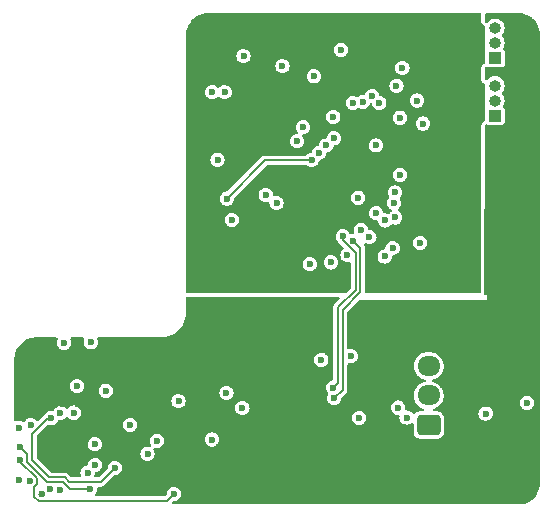
<source format=gbr>
%TF.GenerationSoftware,KiCad,Pcbnew,8.0.5-8.0.5-0~ubuntu24.04.1*%
%TF.CreationDate,2024-09-15T17:00:47-06:00*%
%TF.ProjectId,esp32-s3 single motor & battery controller,65737033-322d-4733-9320-73696e676c65,rev?*%
%TF.SameCoordinates,Original*%
%TF.FileFunction,Copper,L2,Inr*%
%TF.FilePolarity,Positive*%
%FSLAX46Y46*%
G04 Gerber Fmt 4.6, Leading zero omitted, Abs format (unit mm)*
G04 Created by KiCad (PCBNEW 8.0.5-8.0.5-0~ubuntu24.04.1) date 2024-09-15 17:00:47*
%MOMM*%
%LPD*%
G01*
G04 APERTURE LIST*
G04 Aperture macros list*
%AMRoundRect*
0 Rectangle with rounded corners*
0 $1 Rounding radius*
0 $2 $3 $4 $5 $6 $7 $8 $9 X,Y pos of 4 corners*
0 Add a 4 corners polygon primitive as box body*
4,1,4,$2,$3,$4,$5,$6,$7,$8,$9,$2,$3,0*
0 Add four circle primitives for the rounded corners*
1,1,$1+$1,$2,$3*
1,1,$1+$1,$4,$5*
1,1,$1+$1,$6,$7*
1,1,$1+$1,$8,$9*
0 Add four rect primitives between the rounded corners*
20,1,$1+$1,$2,$3,$4,$5,0*
20,1,$1+$1,$4,$5,$6,$7,0*
20,1,$1+$1,$6,$7,$8,$9,0*
20,1,$1+$1,$8,$9,$2,$3,0*%
G04 Aperture macros list end*
%TA.AperFunction,ComponentPad*%
%ADD10R,1.000000X1.000000*%
%TD*%
%TA.AperFunction,ComponentPad*%
%ADD11O,1.000000X1.000000*%
%TD*%
%TA.AperFunction,ComponentPad*%
%ADD12C,0.600000*%
%TD*%
%TA.AperFunction,ComponentPad*%
%ADD13RoundRect,0.250000X0.725000X-0.600000X0.725000X0.600000X-0.725000X0.600000X-0.725000X-0.600000X0*%
%TD*%
%TA.AperFunction,ComponentPad*%
%ADD14O,1.950000X1.700000*%
%TD*%
%TA.AperFunction,ViaPad*%
%ADD15C,0.600000*%
%TD*%
%TA.AperFunction,Conductor*%
%ADD16C,0.200000*%
%TD*%
G04 APERTURE END LIST*
D10*
%TO.N,/1CSA-A*%
%TO.C,J4*%
X149000000Y-98870000D03*
D11*
%TO.N,/1CSA-B*%
X149000000Y-97600000D03*
%TO.N,/1CSA-C*%
X149000000Y-96330000D03*
%TD*%
D12*
%TO.N,GNDPWR*%
%TO.C,U4*%
X112000000Y-126350000D03*
X113050000Y-127400000D03*
X112000000Y-127400000D03*
X110950000Y-127400000D03*
X112000000Y-128450000D03*
%TD*%
D13*
%TO.N,Net-(J5-Pin_1)*%
%TO.C,J5*%
X143372548Y-125072800D03*
D14*
%TO.N,Net-(J5-Pin_2)*%
X143372548Y-122572800D03*
%TO.N,/PSU/BATT+*%
X143372548Y-120072800D03*
%TD*%
D10*
%TO.N,/1A*%
%TO.C,J3*%
X149000000Y-94000000D03*
D11*
%TO.N,/1B*%
X149000000Y-92730000D03*
%TO.N,/1C*%
X149000000Y-91460000D03*
%TD*%
D15*
%TO.N,VDD*%
X129575000Y-105577817D03*
X140949197Y-103879098D03*
X141149265Y-94850000D03*
X138356629Y-109161887D03*
X131000000Y-94700000D03*
X127700000Y-93850000D03*
%TO.N,GND*%
X123850000Y-100400000D03*
X136300000Y-104350000D03*
X143350000Y-109050000D03*
X145150000Y-102500000D03*
X145100000Y-113400000D03*
X138250000Y-91200000D03*
X125100000Y-93900000D03*
X137500000Y-104300000D03*
X131800000Y-91800000D03*
X138650000Y-95250000D03*
X135900000Y-113600000D03*
X134350000Y-110150000D03*
X123600000Y-106500000D03*
X123600000Y-96600000D03*
X130500000Y-113550000D03*
X145200000Y-108150000D03*
X135000000Y-102750000D03*
X135300000Y-95450000D03*
X126550000Y-112450000D03*
X145850000Y-91700000D03*
%TO.N,/MOTORPWR*%
X134288419Y-119542800D03*
%TO.N,GNDPWR*%
X125600000Y-129400000D03*
X127700000Y-120000000D03*
X125050000Y-128800000D03*
X138500000Y-121400000D03*
X151100000Y-118300000D03*
X150900000Y-98700000D03*
X150100000Y-119200000D03*
X152100000Y-118300000D03*
X110800000Y-121500000D03*
X125600000Y-128200000D03*
X136000000Y-124300000D03*
X150100000Y-117300000D03*
X152100000Y-119200000D03*
X150900000Y-97700000D03*
X112395487Y-123274456D03*
X125600000Y-126900000D03*
X138400000Y-130800000D03*
X109500000Y-123300000D03*
X113700000Y-123300000D03*
X152100000Y-117300000D03*
X151800000Y-97700000D03*
X151800000Y-98700000D03*
X109900000Y-121500000D03*
X138500000Y-122200000D03*
X151100000Y-117300000D03*
X125050000Y-127500000D03*
X151800000Y-96700000D03*
X118900000Y-129200000D03*
X150900000Y-96700000D03*
X125050000Y-130000000D03*
X119700000Y-129400000D03*
X109000000Y-121500000D03*
X135200000Y-124000000D03*
X128873528Y-130925000D03*
X150100000Y-118300000D03*
X151100000Y-119200000D03*
%TO.N,Net-(C19-Pad1)*%
X130500000Y-106300000D03*
%TO.N,/1CSA-B*%
X135100000Y-111300000D03*
%TO.N,/1A*%
X138925001Y-107133076D03*
X142900000Y-99550000D03*
%TO.N,/1CSA-A*%
X133300000Y-111450000D03*
%TO.N,/1CSA-C*%
X136500000Y-110700000D03*
%TO.N,/1C*%
X138900000Y-101400000D03*
X142400000Y-97600000D03*
%TO.N,/CS1*%
X133650000Y-95550000D03*
%TO.N,/1B*%
X140950000Y-99050000D03*
X137401014Y-105825018D03*
%TO.N,/PSU/BATT+*%
X151700000Y-123200000D03*
X122200000Y-123048528D03*
%TO.N,/PSU/IN*%
X112500000Y-118100000D03*
%TO.N,/UART0_TX*%
X139650000Y-110800000D03*
X132750000Y-99850000D03*
%TO.N,/SDA1*%
X136100000Y-109100000D03*
X135288111Y-121904745D03*
X114700000Y-130500000D03*
X126100000Y-96900000D03*
X108778216Y-126909517D03*
%TO.N,/UART0_RX*%
X132250924Y-101049074D03*
X140325000Y-110100000D03*
%TO.N,/SCL1*%
X135372454Y-122795674D03*
X121800000Y-130900000D03*
X137000000Y-109500000D03*
X108800000Y-128000000D03*
X125050000Y-96900000D03*
%TO.N,Net-(U5-MTDI)*%
X134714467Y-101399999D03*
%TO.N,Net-(U5-MTDO)*%
X135350000Y-100800000D03*
%TO.N,Net-(U5-MTCK)*%
X135304681Y-98971407D03*
%TO.N,/NRST*%
X126700000Y-107700000D03*
%TO.N,unconnected-(U5-GPIO12-Pad17)*%
X137650000Y-108550000D03*
%TO.N,/SCK1*%
X135950000Y-93300000D03*
X136960674Y-97800000D03*
%TO.N,/CS0*%
X134057233Y-102057233D03*
%TO.N,Net-(Q4-G)*%
X113625033Y-121772158D03*
X109675735Y-125075735D03*
X114765686Y-118075000D03*
%TO.N,Net-(Q4-S)*%
X109607025Y-129844445D03*
X116045701Y-122164207D03*
%TO.N,Net-(U5-GPIO19{slash}USB_D-)*%
X140550000Y-107500000D03*
X137800000Y-97700000D03*
%TO.N,Net-(U5-GPIO20{slash}USB_D+)*%
X139200000Y-97800000D03*
X140439214Y-106260786D03*
%TO.N,Net-(U5-GPIO21)*%
X140500000Y-105384863D03*
X138600000Y-97200000D03*
%TO.N,Net-(D3-A)*%
X125500000Y-102600000D03*
%TO.N,/LED*%
X133457233Y-102657233D03*
X126300000Y-105900000D03*
%TO.N,Net-(U6-QA)*%
X140650000Y-96350000D03*
%TO.N,Net-(U4-VCC)*%
X118100000Y-125047800D03*
%TO.N,/PSU/REGN*%
X115150000Y-128450000D03*
%TO.N,Net-(U3-BAT)*%
X136776757Y-119248437D03*
%TO.N,/PSU/Low*%
X148200000Y-124100000D03*
X140800000Y-123600000D03*
%TO.N,Net-(Q1-G)*%
X120350000Y-126400000D03*
X115100000Y-126698533D03*
%TO.N,Net-(Q2-G)*%
X114500000Y-129100000D03*
X119575000Y-127500000D03*
%TO.N,Net-(Q7-G)*%
X141500000Y-124440000D03*
X125050000Y-126300000D03*
%TO.N,Net-(U4-ACDRV)*%
X112200000Y-124051471D03*
X108700000Y-125300000D03*
%TO.N,Net-(U4-CMSRC)*%
X113325735Y-124025735D03*
X108696041Y-129736938D03*
%TO.N,Net-(U4-BATSRC)*%
X111300000Y-130500000D03*
X127603298Y-123633643D03*
%TO.N,Net-(U4-BATDRV)*%
X126253064Y-122346936D03*
X112200000Y-130600000D03*
%TO.N,Net-(U3-DSG)*%
X137499873Y-124466433D03*
%TO.N,Net-(U4-ACOK)*%
X111400000Y-124485788D03*
X116800000Y-128700000D03*
%TO.N,Net-(U4-TB_STAT_N)*%
X110600000Y-130900000D03*
%TO.N,Net-(U5-GPIO18)*%
X142650000Y-109650000D03*
X139700000Y-107750000D03*
%TD*%
D16*
%TO.N,/SDA1*%
X135700000Y-115100000D02*
X137200000Y-113600000D01*
X112400000Y-129900000D02*
X111076796Y-129900000D01*
X111076796Y-129900000D02*
X109400000Y-128223204D01*
X109400000Y-128223204D02*
X109400000Y-127531301D01*
X109400000Y-127531301D02*
X108778216Y-126909517D01*
X135288111Y-121904745D02*
X135700000Y-121492856D01*
X113000000Y-130500000D02*
X112400000Y-129900000D01*
X137200000Y-113600000D02*
X137200000Y-110548528D01*
X135700000Y-121492856D02*
X135700000Y-115100000D01*
X114700000Y-130500000D02*
X113000000Y-130500000D01*
X136100000Y-109448528D02*
X136100000Y-109100000D01*
X137200000Y-110548528D02*
X136100000Y-109448528D01*
%TO.N,/SCL1*%
X110207025Y-130092974D02*
X110000000Y-130299999D01*
X108800000Y-128188890D02*
X110207025Y-129595915D01*
X110207025Y-129595915D02*
X110207025Y-130092974D01*
X136100000Y-122068128D02*
X136100000Y-115300000D01*
X121200000Y-131500000D02*
X121800000Y-130900000D01*
X137600000Y-113800000D02*
X137600000Y-110100000D01*
X136100000Y-115300000D02*
X137600000Y-113800000D01*
X137600000Y-110100000D02*
X137000000Y-109500000D01*
X110000000Y-130299999D02*
X110000000Y-131148529D01*
X110000000Y-131148529D02*
X110351471Y-131500000D01*
X108800000Y-128000000D02*
X108800000Y-128188890D01*
X135372454Y-122795674D02*
X136100000Y-122068128D01*
X110351471Y-131500000D02*
X121200000Y-131500000D01*
%TO.N,/LED*%
X126300000Y-105900000D02*
X129542767Y-102657233D01*
X129542767Y-102657233D02*
X133457233Y-102657233D01*
%TO.N,Net-(U4-ACOK)*%
X115600000Y-129900000D02*
X112965686Y-129900000D01*
X111242482Y-129500000D02*
X109800000Y-128057518D01*
X109800000Y-125800000D02*
X111114212Y-124485788D01*
X111114212Y-124485788D02*
X111400000Y-124485788D01*
X112965686Y-129900000D02*
X112565686Y-129500000D01*
X116800000Y-128700000D02*
X115600000Y-129900000D01*
X112565686Y-129500000D02*
X111242482Y-129500000D01*
X109800000Y-128057518D02*
X109800000Y-125800000D01*
%TO.N,Net-(U4-TB_STAT_N)*%
X110574264Y-130874264D02*
X110425735Y-130874264D01*
X110600000Y-130900000D02*
X110574264Y-130874264D01*
X110425736Y-130874265D02*
X110574265Y-130874265D01*
X110574265Y-130874265D02*
X110600000Y-130900000D01*
%TD*%
%TA.AperFunction,Conductor*%
%TO.N,GNDPWR*%
G36*
X151004043Y-90200765D02*
G01*
X151226790Y-90215364D01*
X151242848Y-90217479D01*
X151428875Y-90254482D01*
X151457771Y-90260230D01*
X151473438Y-90264428D01*
X151626569Y-90316409D01*
X151680944Y-90334867D01*
X151695921Y-90341070D01*
X151886791Y-90435196D01*
X151892460Y-90437992D01*
X151906508Y-90446102D01*
X152088712Y-90567848D01*
X152101573Y-90577716D01*
X152189054Y-90654435D01*
X152266328Y-90722202D01*
X152277797Y-90733671D01*
X152388160Y-90859517D01*
X152422280Y-90898423D01*
X152432154Y-90911291D01*
X152553897Y-91093492D01*
X152562007Y-91107539D01*
X152658926Y-91304071D01*
X152665133Y-91319057D01*
X152735571Y-91526561D01*
X152739769Y-91542228D01*
X152782518Y-91757140D01*
X152784636Y-91773221D01*
X152799235Y-91995956D01*
X152799500Y-92004066D01*
X152799500Y-113900000D01*
X148100000Y-113900000D01*
X148129476Y-99721723D01*
X148149300Y-99654727D01*
X148202199Y-99609082D01*
X148271378Y-99599282D01*
X148323552Y-99619683D01*
X148327234Y-99622205D01*
X148327235Y-99622206D01*
X148430009Y-99667585D01*
X148455135Y-99670500D01*
X149544864Y-99670499D01*
X149544879Y-99670497D01*
X149544882Y-99670497D01*
X149569987Y-99667586D01*
X149569988Y-99667585D01*
X149569991Y-99667585D01*
X149672765Y-99622206D01*
X149752206Y-99542765D01*
X149797585Y-99439991D01*
X149800500Y-99414865D01*
X149800499Y-98325136D01*
X149800497Y-98325117D01*
X149797586Y-98300012D01*
X149797585Y-98300010D01*
X149797585Y-98300009D01*
X149752206Y-98197235D01*
X149710319Y-98155348D01*
X149676834Y-98094025D01*
X149681818Y-98024333D01*
X149693007Y-98001694D01*
X149725788Y-97949524D01*
X149785368Y-97779254D01*
X149785369Y-97779249D01*
X149805565Y-97600003D01*
X149805565Y-97599996D01*
X149785369Y-97420750D01*
X149785368Y-97420745D01*
X149725788Y-97250476D01*
X149629815Y-97097737D01*
X149584759Y-97052681D01*
X149551274Y-96991358D01*
X149556258Y-96921666D01*
X149584759Y-96877319D01*
X149629816Y-96832262D01*
X149725789Y-96679522D01*
X149785368Y-96509255D01*
X149805565Y-96330000D01*
X149785368Y-96150745D01*
X149725789Y-95980478D01*
X149629816Y-95827738D01*
X149502262Y-95700184D01*
X149349523Y-95604211D01*
X149179254Y-95544631D01*
X149179249Y-95544630D01*
X149000004Y-95524435D01*
X148999996Y-95524435D01*
X148820750Y-95544630D01*
X148820745Y-95544631D01*
X148650476Y-95604211D01*
X148497737Y-95700184D01*
X148370184Y-95827737D01*
X148370181Y-95827741D01*
X148366687Y-95833302D01*
X148314349Y-95879590D01*
X148245295Y-95890234D01*
X148181449Y-95861855D01*
X148143080Y-95803463D01*
X148137698Y-95767074D01*
X148139586Y-94858646D01*
X148159410Y-94791652D01*
X148212309Y-94746007D01*
X148281488Y-94736207D01*
X148315813Y-94749630D01*
X148316725Y-94747565D01*
X148327234Y-94752205D01*
X148327235Y-94752206D01*
X148430009Y-94797585D01*
X148455135Y-94800500D01*
X149544864Y-94800499D01*
X149544879Y-94800497D01*
X149544882Y-94800497D01*
X149569987Y-94797586D01*
X149569988Y-94797585D01*
X149569991Y-94797585D01*
X149672765Y-94752206D01*
X149752206Y-94672765D01*
X149797585Y-94569991D01*
X149800500Y-94544865D01*
X149800499Y-93455136D01*
X149800497Y-93455117D01*
X149797586Y-93430012D01*
X149797585Y-93430010D01*
X149797585Y-93430009D01*
X149752206Y-93327235D01*
X149710319Y-93285348D01*
X149676834Y-93224025D01*
X149681818Y-93154333D01*
X149693007Y-93131694D01*
X149725788Y-93079524D01*
X149785368Y-92909254D01*
X149785369Y-92909249D01*
X149805565Y-92730003D01*
X149805565Y-92729996D01*
X149785369Y-92550750D01*
X149785368Y-92550745D01*
X149725788Y-92380476D01*
X149629815Y-92227737D01*
X149584759Y-92182681D01*
X149551274Y-92121358D01*
X149556258Y-92051666D01*
X149584759Y-92007319D01*
X149596122Y-91995956D01*
X149629816Y-91962262D01*
X149725789Y-91809522D01*
X149785368Y-91639255D01*
X149785369Y-91639249D01*
X149805565Y-91460003D01*
X149805565Y-91459996D01*
X149785369Y-91280750D01*
X149785368Y-91280745D01*
X149725788Y-91110476D01*
X149632650Y-90962249D01*
X149629816Y-90957738D01*
X149502262Y-90830184D01*
X149349523Y-90734211D01*
X149179254Y-90674631D01*
X149179249Y-90674630D01*
X149000004Y-90654435D01*
X148999996Y-90654435D01*
X148820750Y-90674630D01*
X148820745Y-90674631D01*
X148650476Y-90734211D01*
X148497737Y-90830184D01*
X148370182Y-90957739D01*
X148368796Y-90959478D01*
X148367615Y-90960306D01*
X148365260Y-90962662D01*
X148364847Y-90962249D01*
X148311605Y-90999615D01*
X148241794Y-91002460D01*
X148181526Y-90967111D01*
X148149937Y-90904790D01*
X148147854Y-90881906D01*
X148149014Y-90324242D01*
X148168838Y-90257244D01*
X148221737Y-90211599D01*
X148273014Y-90200500D01*
X150960118Y-90200500D01*
X150995933Y-90200500D01*
X151004043Y-90200765D01*
G37*
%TD.AperFunction*%
%TD*%
%TA.AperFunction,Conductor*%
%TO.N,GNDPWR*%
G36*
X148100000Y-113900000D02*
G01*
X152799500Y-113900000D01*
X152799500Y-129995933D01*
X152799235Y-130004043D01*
X152784636Y-130226778D01*
X152782518Y-130242859D01*
X152739769Y-130457771D01*
X152735571Y-130473438D01*
X152665133Y-130680942D01*
X152658926Y-130695928D01*
X152562007Y-130892460D01*
X152553897Y-130906507D01*
X152432154Y-131088708D01*
X152422280Y-131101576D01*
X152277797Y-131266328D01*
X152266328Y-131277797D01*
X152101576Y-131422280D01*
X152088708Y-131432154D01*
X151906507Y-131553897D01*
X151892460Y-131562007D01*
X151695928Y-131658926D01*
X151680942Y-131665133D01*
X151473438Y-131735571D01*
X151457771Y-131739769D01*
X151242859Y-131782518D01*
X151226778Y-131784636D01*
X151004043Y-131799235D01*
X150995933Y-131799500D01*
X121766254Y-131799500D01*
X121699215Y-131779815D01*
X121653460Y-131727011D01*
X121643516Y-131657853D01*
X121672541Y-131594297D01*
X121678572Y-131587820D01*
X121724990Y-131541401D01*
X121786311Y-131507917D01*
X121796485Y-131506144D01*
X121799997Y-131505681D01*
X121800000Y-131505682D01*
X121956762Y-131485044D01*
X122102841Y-131424536D01*
X122228282Y-131328282D01*
X122324536Y-131202841D01*
X122385044Y-131056762D01*
X122405682Y-130900000D01*
X122404689Y-130892460D01*
X122385044Y-130743239D01*
X122385044Y-130743238D01*
X122324536Y-130597159D01*
X122228282Y-130471718D01*
X122102841Y-130375464D01*
X122093633Y-130371650D01*
X121956762Y-130314956D01*
X121956760Y-130314955D01*
X121800001Y-130294318D01*
X121799999Y-130294318D01*
X121643239Y-130314955D01*
X121643237Y-130314956D01*
X121497160Y-130375463D01*
X121371718Y-130471718D01*
X121275463Y-130597160D01*
X121214956Y-130743237D01*
X121214956Y-130743238D01*
X121193855Y-130903512D01*
X121165588Y-130967408D01*
X121158598Y-130975006D01*
X121070426Y-131063180D01*
X121009103Y-131096666D01*
X120982744Y-131099500D01*
X115248349Y-131099500D01*
X115181310Y-131079815D01*
X115135555Y-131027011D01*
X115125611Y-130957853D01*
X115149973Y-130900014D01*
X115224535Y-130802842D01*
X115224534Y-130802842D01*
X115224536Y-130802841D01*
X115285044Y-130656762D01*
X115305682Y-130500000D01*
X115297873Y-130440685D01*
X115308638Y-130371650D01*
X115355018Y-130319394D01*
X115420812Y-130300500D01*
X115652725Y-130300500D01*
X115652727Y-130300500D01*
X115754588Y-130273207D01*
X115845913Y-130220480D01*
X116724991Y-129341400D01*
X116786312Y-129307917D01*
X116796485Y-129306144D01*
X116799997Y-129305681D01*
X116800000Y-129305682D01*
X116956762Y-129285044D01*
X117102841Y-129224536D01*
X117228282Y-129128282D01*
X117324536Y-129002841D01*
X117385044Y-128856762D01*
X117405682Y-128700000D01*
X117385044Y-128543238D01*
X117324536Y-128397159D01*
X117228282Y-128271718D01*
X117102841Y-128175464D01*
X116956762Y-128114956D01*
X116956760Y-128114955D01*
X116800001Y-128094318D01*
X116799999Y-128094318D01*
X116643239Y-128114955D01*
X116643237Y-128114956D01*
X116497160Y-128175463D01*
X116371718Y-128271718D01*
X116275463Y-128397160D01*
X116214956Y-128543237D01*
X116214956Y-128543238D01*
X116193855Y-128703513D01*
X116165588Y-128767409D01*
X116158597Y-128775008D01*
X115470426Y-129463181D01*
X115409103Y-129496666D01*
X115382745Y-129499500D01*
X115170078Y-129499500D01*
X115103039Y-129479815D01*
X115057284Y-129427011D01*
X115047340Y-129357853D01*
X115055517Y-129328048D01*
X115073329Y-129285044D01*
X115085044Y-129256762D01*
X115098418Y-129155170D01*
X115126684Y-129091276D01*
X115185008Y-129052804D01*
X115205166Y-129048419D01*
X115306762Y-129035044D01*
X115452841Y-128974536D01*
X115578282Y-128878282D01*
X115674536Y-128752841D01*
X115735044Y-128606762D01*
X115749847Y-128494318D01*
X115755682Y-128450001D01*
X115755682Y-128449998D01*
X115735044Y-128293239D01*
X115735044Y-128293238D01*
X115674536Y-128147159D01*
X115578282Y-128021718D01*
X115452841Y-127925464D01*
X115306762Y-127864956D01*
X115306760Y-127864955D01*
X115150001Y-127844318D01*
X115149999Y-127844318D01*
X114993239Y-127864955D01*
X114993237Y-127864956D01*
X114847160Y-127925463D01*
X114721718Y-128021718D01*
X114625463Y-128147160D01*
X114564956Y-128293237D01*
X114564956Y-128293239D01*
X114551581Y-128394828D01*
X114523314Y-128458724D01*
X114464989Y-128497195D01*
X114444828Y-128501581D01*
X114364639Y-128512138D01*
X114343238Y-128514956D01*
X114343237Y-128514956D01*
X114197160Y-128575463D01*
X114071718Y-128671718D01*
X113975463Y-128797160D01*
X113914956Y-128943237D01*
X113914955Y-128943239D01*
X113894318Y-129099998D01*
X113894318Y-129100001D01*
X113914955Y-129256760D01*
X113914957Y-129256765D01*
X113944483Y-129328048D01*
X113951952Y-129397517D01*
X113920676Y-129459996D01*
X113860587Y-129495648D01*
X113829922Y-129499500D01*
X113182941Y-129499500D01*
X113115902Y-129479815D01*
X113095260Y-129463181D01*
X112811601Y-129179522D01*
X112811599Y-129179520D01*
X112763748Y-129151893D01*
X112720275Y-129126793D01*
X112669343Y-129113146D01*
X112618413Y-129099500D01*
X112618412Y-129099500D01*
X111459736Y-129099500D01*
X111392697Y-129079815D01*
X111372055Y-129063181D01*
X110236819Y-127927944D01*
X110203334Y-127866621D01*
X110200500Y-127840263D01*
X110200500Y-127499998D01*
X118969318Y-127499998D01*
X118969318Y-127500001D01*
X118989955Y-127656760D01*
X118989956Y-127656762D01*
X119050464Y-127802841D01*
X119146718Y-127928282D01*
X119272159Y-128024536D01*
X119418238Y-128085044D01*
X119488681Y-128094318D01*
X119574999Y-128105682D01*
X119575000Y-128105682D01*
X119575001Y-128105682D01*
X119627254Y-128098802D01*
X119731762Y-128085044D01*
X119877841Y-128024536D01*
X120003282Y-127928282D01*
X120099536Y-127802841D01*
X120160044Y-127656762D01*
X120180682Y-127500000D01*
X120160044Y-127343238D01*
X120099536Y-127197159D01*
X120090195Y-127184985D01*
X120065000Y-127119820D01*
X120079037Y-127051375D01*
X120127849Y-127001383D01*
X120195940Y-126985718D01*
X120204748Y-126986559D01*
X120297678Y-126998793D01*
X120349999Y-127005682D01*
X120350000Y-127005682D01*
X120350001Y-127005682D01*
X120402254Y-126998802D01*
X120506762Y-126985044D01*
X120652841Y-126924536D01*
X120778282Y-126828282D01*
X120874536Y-126702841D01*
X120935044Y-126556762D01*
X120955682Y-126400000D01*
X120953891Y-126386398D01*
X120942516Y-126299998D01*
X124444318Y-126299998D01*
X124444318Y-126300001D01*
X124464955Y-126456760D01*
X124464956Y-126456762D01*
X124506376Y-126556760D01*
X124525464Y-126602841D01*
X124621718Y-126728282D01*
X124747159Y-126824536D01*
X124893238Y-126885044D01*
X124963681Y-126894318D01*
X125049999Y-126905682D01*
X125050000Y-126905682D01*
X125050001Y-126905682D01*
X125103672Y-126898616D01*
X125206762Y-126885044D01*
X125352841Y-126824536D01*
X125478282Y-126728282D01*
X125574536Y-126602841D01*
X125635044Y-126456762D01*
X125655177Y-126303835D01*
X125655682Y-126300001D01*
X125655682Y-126299998D01*
X125635044Y-126143239D01*
X125635044Y-126143238D01*
X125574536Y-125997159D01*
X125478282Y-125871718D01*
X125352841Y-125775464D01*
X125206762Y-125714956D01*
X125206760Y-125714955D01*
X125050001Y-125694318D01*
X125049999Y-125694318D01*
X124893239Y-125714955D01*
X124893237Y-125714956D01*
X124747160Y-125775463D01*
X124621718Y-125871718D01*
X124525463Y-125997160D01*
X124464956Y-126143237D01*
X124464955Y-126143239D01*
X124444318Y-126299998D01*
X120942516Y-126299998D01*
X120935044Y-126243239D01*
X120935044Y-126243238D01*
X120874536Y-126097159D01*
X120778282Y-125971718D01*
X120652841Y-125875464D01*
X120643797Y-125871718D01*
X120506762Y-125814956D01*
X120506760Y-125814955D01*
X120350001Y-125794318D01*
X120349999Y-125794318D01*
X120193239Y-125814955D01*
X120193237Y-125814956D01*
X120047160Y-125875463D01*
X119921718Y-125971718D01*
X119825463Y-126097160D01*
X119764956Y-126243237D01*
X119764955Y-126243239D01*
X119744318Y-126399998D01*
X119744318Y-126400001D01*
X119764955Y-126556760D01*
X119764956Y-126556762D01*
X119825464Y-126702842D01*
X119834803Y-126715012D01*
X119859999Y-126780180D01*
X119845962Y-126848625D01*
X119797149Y-126898616D01*
X119729058Y-126914281D01*
X119720244Y-126913439D01*
X119575001Y-126894318D01*
X119574999Y-126894318D01*
X119418239Y-126914955D01*
X119418237Y-126914956D01*
X119272160Y-126975463D01*
X119146718Y-127071718D01*
X119050463Y-127197160D01*
X118989956Y-127343237D01*
X118989955Y-127343239D01*
X118969318Y-127499998D01*
X110200500Y-127499998D01*
X110200500Y-126698531D01*
X114494318Y-126698531D01*
X114494318Y-126698534D01*
X114514955Y-126855293D01*
X114514956Y-126855295D01*
X114537415Y-126909517D01*
X114575464Y-127001374D01*
X114671718Y-127126815D01*
X114797159Y-127223069D01*
X114943238Y-127283577D01*
X115021619Y-127293896D01*
X115099999Y-127304215D01*
X115100000Y-127304215D01*
X115100001Y-127304215D01*
X115152254Y-127297335D01*
X115256762Y-127283577D01*
X115402841Y-127223069D01*
X115528282Y-127126815D01*
X115624536Y-127001374D01*
X115685044Y-126855295D01*
X115698802Y-126750787D01*
X115705682Y-126698534D01*
X115705682Y-126698531D01*
X115691923Y-126594025D01*
X115685044Y-126541771D01*
X115624536Y-126395692D01*
X115528282Y-126270251D01*
X115402841Y-126173997D01*
X115362195Y-126157161D01*
X115256762Y-126113489D01*
X115256760Y-126113488D01*
X115100001Y-126092851D01*
X115099999Y-126092851D01*
X114943239Y-126113488D01*
X114943237Y-126113489D01*
X114797160Y-126173996D01*
X114671718Y-126270251D01*
X114575463Y-126395693D01*
X114514956Y-126541770D01*
X114514955Y-126541772D01*
X114494318Y-126698531D01*
X110200500Y-126698531D01*
X110200500Y-126017254D01*
X110220185Y-125950215D01*
X110236815Y-125929577D01*
X111080229Y-125086162D01*
X111141550Y-125052679D01*
X111211241Y-125057663D01*
X111215326Y-125059270D01*
X111243238Y-125070832D01*
X111321619Y-125081151D01*
X111399999Y-125091470D01*
X111400000Y-125091470D01*
X111400001Y-125091470D01*
X111452254Y-125084590D01*
X111556762Y-125070832D01*
X111612371Y-125047798D01*
X117494318Y-125047798D01*
X117494318Y-125047801D01*
X117514955Y-125204560D01*
X117514956Y-125204562D01*
X117575464Y-125350641D01*
X117671718Y-125476082D01*
X117797159Y-125572336D01*
X117943238Y-125632844D01*
X118021619Y-125643163D01*
X118099999Y-125653482D01*
X118100000Y-125653482D01*
X118100001Y-125653482D01*
X118161298Y-125645412D01*
X118256762Y-125632844D01*
X118402841Y-125572336D01*
X118528282Y-125476082D01*
X118624536Y-125350641D01*
X118685044Y-125204562D01*
X118705682Y-125047800D01*
X118685044Y-124891038D01*
X118624536Y-124744959D01*
X118528282Y-124619518D01*
X118402841Y-124523264D01*
X118297791Y-124479751D01*
X118265634Y-124466431D01*
X136894191Y-124466431D01*
X136894191Y-124466434D01*
X136914828Y-124623193D01*
X136914829Y-124623195D01*
X136975337Y-124769274D01*
X137071591Y-124894715D01*
X137197032Y-124990969D01*
X137343111Y-125051477D01*
X137390099Y-125057663D01*
X137499872Y-125072115D01*
X137499873Y-125072115D01*
X137499874Y-125072115D01*
X137552127Y-125065235D01*
X137656635Y-125051477D01*
X137802714Y-124990969D01*
X137928155Y-124894715D01*
X138024409Y-124769274D01*
X138084917Y-124623195D01*
X138103802Y-124479751D01*
X138105555Y-124466434D01*
X138105555Y-124466431D01*
X138084917Y-124309672D01*
X138084917Y-124309671D01*
X138024409Y-124163592D01*
X137928155Y-124038151D01*
X137802714Y-123941897D01*
X137781046Y-123932922D01*
X137656635Y-123881389D01*
X137656633Y-123881388D01*
X137499874Y-123860751D01*
X137499872Y-123860751D01*
X137343112Y-123881388D01*
X137343110Y-123881389D01*
X137197033Y-123941896D01*
X137071591Y-124038151D01*
X136975336Y-124163593D01*
X136914829Y-124309670D01*
X136914828Y-124309672D01*
X136894191Y-124466431D01*
X118265634Y-124466431D01*
X118256762Y-124462756D01*
X118256760Y-124462755D01*
X118100001Y-124442118D01*
X118099999Y-124442118D01*
X117943239Y-124462755D01*
X117943237Y-124462756D01*
X117797160Y-124523263D01*
X117671718Y-124619518D01*
X117575463Y-124744960D01*
X117514956Y-124891037D01*
X117514955Y-124891039D01*
X117494318Y-125047798D01*
X111612371Y-125047798D01*
X111702841Y-125010324D01*
X111828282Y-124914070D01*
X111924536Y-124788629D01*
X111954012Y-124717466D01*
X111997853Y-124663064D01*
X112064147Y-124640999D01*
X112084755Y-124641980D01*
X112151762Y-124650802D01*
X112199999Y-124657153D01*
X112200000Y-124657153D01*
X112200001Y-124657153D01*
X112273679Y-124647453D01*
X112356762Y-124636515D01*
X112502841Y-124576007D01*
X112628282Y-124479753D01*
X112674367Y-124419693D01*
X112730792Y-124378492D01*
X112800538Y-124374337D01*
X112861459Y-124408549D01*
X112871109Y-124419685D01*
X112897453Y-124454017D01*
X113022894Y-124550271D01*
X113168973Y-124610779D01*
X113235353Y-124619518D01*
X113325734Y-124631417D01*
X113325735Y-124631417D01*
X113325736Y-124631417D01*
X113378002Y-124624536D01*
X113482497Y-124610779D01*
X113628576Y-124550271D01*
X113754017Y-124454017D01*
X113850271Y-124328576D01*
X113910779Y-124182497D01*
X113927234Y-124057506D01*
X113931417Y-124025736D01*
X113931417Y-124025733D01*
X113915238Y-123902841D01*
X113910779Y-123868973D01*
X113850271Y-123722894D01*
X113754017Y-123597453D01*
X113628576Y-123501199D01*
X113569693Y-123476809D01*
X113482497Y-123440691D01*
X113482495Y-123440690D01*
X113325736Y-123420053D01*
X113325734Y-123420053D01*
X113168974Y-123440690D01*
X113168972Y-123440691D01*
X113022895Y-123501198D01*
X112897450Y-123597455D01*
X112851368Y-123657511D01*
X112794940Y-123698714D01*
X112725194Y-123702868D01*
X112664274Y-123668655D01*
X112654617Y-123657510D01*
X112628283Y-123623190D01*
X112628282Y-123623189D01*
X112502841Y-123526935D01*
X112473921Y-123514956D01*
X112356762Y-123466427D01*
X112356760Y-123466426D01*
X112200001Y-123445789D01*
X112199999Y-123445789D01*
X112043239Y-123466426D01*
X112043237Y-123466427D01*
X111897160Y-123526934D01*
X111805258Y-123597453D01*
X111771718Y-123623189D01*
X111694901Y-123723300D01*
X111675462Y-123748633D01*
X111645986Y-123819792D01*
X111602145Y-123874195D01*
X111535850Y-123896259D01*
X111515241Y-123895277D01*
X111400001Y-123880106D01*
X111399999Y-123880106D01*
X111243239Y-123900743D01*
X111243237Y-123900744D01*
X111097160Y-123961251D01*
X110971714Y-124057509D01*
X110920476Y-124124284D01*
X110884105Y-124156182D01*
X110868295Y-124165310D01*
X110326494Y-124707111D01*
X110265171Y-124740596D01*
X110195479Y-124735612D01*
X110140438Y-124694917D01*
X110104019Y-124647455D01*
X110104017Y-124647454D01*
X110104017Y-124647453D01*
X109978576Y-124551199D01*
X109832497Y-124490691D01*
X109832495Y-124490690D01*
X109675736Y-124470053D01*
X109675734Y-124470053D01*
X109518974Y-124490690D01*
X109518972Y-124490691D01*
X109372895Y-124551198D01*
X109313515Y-124596762D01*
X109247453Y-124647453D01*
X109170462Y-124747788D01*
X109114036Y-124788990D01*
X109044290Y-124793145D01*
X109011076Y-124777457D01*
X109009881Y-124779528D01*
X109002843Y-124775465D01*
X108929195Y-124744959D01*
X108856762Y-124714956D01*
X108856760Y-124714955D01*
X108700001Y-124694318D01*
X108699999Y-124694318D01*
X108543239Y-124714955D01*
X108543234Y-124714957D01*
X108471952Y-124744483D01*
X108402483Y-124751952D01*
X108340004Y-124720676D01*
X108304352Y-124660587D01*
X108300500Y-124629922D01*
X108300500Y-123048526D01*
X121594318Y-123048526D01*
X121594318Y-123048529D01*
X121614955Y-123205288D01*
X121614956Y-123205290D01*
X121663423Y-123322301D01*
X121675464Y-123351369D01*
X121771718Y-123476810D01*
X121897159Y-123573064D01*
X122043238Y-123633572D01*
X122121619Y-123643891D01*
X122199999Y-123654210D01*
X122200000Y-123654210D01*
X122200001Y-123654210D01*
X122252254Y-123647330D01*
X122356238Y-123633641D01*
X126997616Y-123633641D01*
X126997616Y-123633644D01*
X127018253Y-123790403D01*
X127018254Y-123790405D01*
X127077286Y-123932922D01*
X127078762Y-123936484D01*
X127175016Y-124061925D01*
X127300457Y-124158179D01*
X127446536Y-124218687D01*
X127524917Y-124229006D01*
X127603297Y-124239325D01*
X127603298Y-124239325D01*
X127603299Y-124239325D01*
X127655552Y-124232445D01*
X127760060Y-124218687D01*
X127906139Y-124158179D01*
X128031580Y-124061925D01*
X128127834Y-123936484D01*
X128188342Y-123790405D01*
X128208980Y-123633643D01*
X128204550Y-123599998D01*
X140194318Y-123599998D01*
X140194318Y-123600001D01*
X140214955Y-123756760D01*
X140214956Y-123756762D01*
X140272737Y-123896259D01*
X140275464Y-123902841D01*
X140371718Y-124028282D01*
X140497159Y-124124536D01*
X140643238Y-124185044D01*
X140800000Y-124205682D01*
X140800001Y-124205681D01*
X140800094Y-124205694D01*
X140863991Y-124233960D01*
X140902462Y-124292285D01*
X140906848Y-124344817D01*
X140894318Y-124439997D01*
X140894318Y-124440001D01*
X140914955Y-124596760D01*
X140914956Y-124596762D01*
X140972469Y-124735612D01*
X140975464Y-124742841D01*
X141071718Y-124868282D01*
X141197159Y-124964536D01*
X141343238Y-125025044D01*
X141362486Y-125027578D01*
X141499999Y-125045682D01*
X141500000Y-125045682D01*
X141500001Y-125045682D01*
X141552254Y-125038802D01*
X141656762Y-125025044D01*
X141802841Y-124964536D01*
X141897563Y-124891852D01*
X141962731Y-124866660D01*
X142031175Y-124880698D01*
X142081165Y-124929512D01*
X142097048Y-124990230D01*
X142097048Y-125715902D01*
X142098535Y-125728282D01*
X142107670Y-125804361D01*
X142163187Y-125945143D01*
X142254625Y-126065722D01*
X142375204Y-126157160D01*
X142375205Y-126157160D01*
X142375206Y-126157161D01*
X142515984Y-126212677D01*
X142604446Y-126223300D01*
X142604451Y-126223300D01*
X144140645Y-126223300D01*
X144140650Y-126223300D01*
X144229112Y-126212677D01*
X144369890Y-126157161D01*
X144490470Y-126065722D01*
X144581909Y-125945142D01*
X144637425Y-125804364D01*
X144648048Y-125715902D01*
X144648048Y-124429698D01*
X144637425Y-124341236D01*
X144581909Y-124200458D01*
X144581908Y-124200457D01*
X144581908Y-124200456D01*
X144505728Y-124099998D01*
X147594318Y-124099998D01*
X147594318Y-124100001D01*
X147614955Y-124256760D01*
X147614956Y-124256762D01*
X147674613Y-124400788D01*
X147675464Y-124402841D01*
X147771718Y-124528282D01*
X147897159Y-124624536D01*
X148043238Y-124685044D01*
X148113681Y-124694318D01*
X148199999Y-124705682D01*
X148200000Y-124705682D01*
X148200001Y-124705682D01*
X148252254Y-124698802D01*
X148356762Y-124685044D01*
X148502841Y-124624536D01*
X148628282Y-124528282D01*
X148724536Y-124402841D01*
X148785044Y-124256762D01*
X148801662Y-124130536D01*
X148805682Y-124100001D01*
X148805682Y-124099998D01*
X148790995Y-123988439D01*
X148785044Y-123943238D01*
X148724536Y-123797159D01*
X148628282Y-123671718D01*
X148502841Y-123575464D01*
X148457765Y-123556793D01*
X148356762Y-123514956D01*
X148356760Y-123514955D01*
X148200001Y-123494318D01*
X148199999Y-123494318D01*
X148043239Y-123514955D01*
X148043237Y-123514956D01*
X147897160Y-123575463D01*
X147771718Y-123671718D01*
X147675463Y-123797160D01*
X147614956Y-123943237D01*
X147614955Y-123943239D01*
X147594318Y-124099998D01*
X144505728Y-124099998D01*
X144490470Y-124079877D01*
X144369891Y-123988439D01*
X144229109Y-123932922D01*
X144183474Y-123927442D01*
X144140650Y-123922300D01*
X143850217Y-123922300D01*
X143783178Y-123902615D01*
X143737423Y-123849811D01*
X143727479Y-123780653D01*
X143756504Y-123717097D01*
X143811899Y-123680369D01*
X143939184Y-123639012D01*
X143939187Y-123639011D01*
X143949726Y-123633641D01*
X144100542Y-123556796D01*
X144247049Y-123450353D01*
X144375101Y-123322301D01*
X144463959Y-123199998D01*
X151094318Y-123199998D01*
X151094318Y-123200001D01*
X151114955Y-123356760D01*
X151114956Y-123356762D01*
X151171933Y-123494318D01*
X151175464Y-123502841D01*
X151271718Y-123628282D01*
X151397159Y-123724536D01*
X151543238Y-123785044D01*
X151621619Y-123795363D01*
X151699999Y-123805682D01*
X151700000Y-123805682D01*
X151700001Y-123805682D01*
X151764739Y-123797159D01*
X151856762Y-123785044D01*
X152002841Y-123724536D01*
X152128282Y-123628282D01*
X152224536Y-123502841D01*
X152285044Y-123356762D01*
X152305682Y-123200000D01*
X152285044Y-123043238D01*
X152224536Y-122897159D01*
X152128282Y-122771718D01*
X152002841Y-122675464D01*
X151940822Y-122649775D01*
X151856762Y-122614956D01*
X151856760Y-122614955D01*
X151700001Y-122594318D01*
X151699999Y-122594318D01*
X151543239Y-122614955D01*
X151543237Y-122614956D01*
X151397160Y-122675463D01*
X151271718Y-122771718D01*
X151175463Y-122897160D01*
X151114956Y-123043237D01*
X151114955Y-123043239D01*
X151094318Y-123199998D01*
X144463959Y-123199998D01*
X144481544Y-123175794D01*
X144563759Y-123014439D01*
X144619719Y-122842209D01*
X144646129Y-122675464D01*
X144648048Y-122663351D01*
X144648048Y-122482248D01*
X144628242Y-122357202D01*
X144619719Y-122303391D01*
X144586268Y-122200439D01*
X144563760Y-122131163D01*
X144563759Y-122131160D01*
X144519396Y-122044095D01*
X144481544Y-121969806D01*
X144444380Y-121918654D01*
X144375106Y-121823305D01*
X144375102Y-121823300D01*
X144247047Y-121695245D01*
X144247042Y-121695241D01*
X144100545Y-121588806D01*
X144100544Y-121588805D01*
X144100542Y-121588804D01*
X144048848Y-121562464D01*
X143939187Y-121506588D01*
X143939184Y-121506587D01*
X143766958Y-121450629D01*
X143733142Y-121445273D01*
X143670007Y-121415344D01*
X143633076Y-121356032D01*
X143634074Y-121286170D01*
X143672684Y-121227937D01*
X143733142Y-121200327D01*
X143740936Y-121199092D01*
X143766957Y-121194971D01*
X143939187Y-121139011D01*
X144100542Y-121056796D01*
X144247049Y-120950353D01*
X144375101Y-120822301D01*
X144481544Y-120675794D01*
X144563759Y-120514439D01*
X144619719Y-120342209D01*
X144634313Y-120250059D01*
X144648048Y-120163351D01*
X144648048Y-119982248D01*
X144626523Y-119846349D01*
X144619719Y-119803391D01*
X144591739Y-119717276D01*
X144563760Y-119631163D01*
X144563759Y-119631160D01*
X144518737Y-119542801D01*
X144481544Y-119469806D01*
X144464216Y-119445956D01*
X144375106Y-119323305D01*
X144375102Y-119323300D01*
X144247047Y-119195245D01*
X144247042Y-119195241D01*
X144100545Y-119088806D01*
X144100544Y-119088805D01*
X144100542Y-119088804D01*
X144048848Y-119062464D01*
X143939187Y-119006588D01*
X143939184Y-119006587D01*
X143766958Y-118950629D01*
X143588099Y-118922300D01*
X143588094Y-118922300D01*
X143157002Y-118922300D01*
X143156997Y-118922300D01*
X142978137Y-118950629D01*
X142805911Y-119006587D01*
X142805908Y-119006588D01*
X142644550Y-119088806D01*
X142498053Y-119195241D01*
X142498048Y-119195245D01*
X142369993Y-119323300D01*
X142369989Y-119323305D01*
X142263554Y-119469802D01*
X142181336Y-119631160D01*
X142181335Y-119631163D01*
X142125377Y-119803389D01*
X142097048Y-119982248D01*
X142097048Y-120163351D01*
X142125377Y-120342210D01*
X142181335Y-120514436D01*
X142181336Y-120514439D01*
X142263554Y-120675797D01*
X142369989Y-120822294D01*
X142369993Y-120822299D01*
X142498048Y-120950354D01*
X142498053Y-120950358D01*
X142625835Y-121043196D01*
X142644554Y-121056796D01*
X142750032Y-121110540D01*
X142805908Y-121139011D01*
X142805911Y-121139012D01*
X142890439Y-121166476D01*
X142978139Y-121194971D01*
X143002839Y-121198883D01*
X143011954Y-121200327D01*
X143075088Y-121230257D01*
X143112019Y-121289568D01*
X143111021Y-121359431D01*
X143072411Y-121417663D01*
X143011954Y-121445273D01*
X142978137Y-121450629D01*
X142805911Y-121506587D01*
X142805908Y-121506588D01*
X142644550Y-121588806D01*
X142498053Y-121695241D01*
X142498048Y-121695245D01*
X142369993Y-121823300D01*
X142369989Y-121823305D01*
X142263554Y-121969802D01*
X142181336Y-122131160D01*
X142181335Y-122131163D01*
X142125377Y-122303389D01*
X142097048Y-122482248D01*
X142097048Y-122663351D01*
X142125377Y-122842210D01*
X142181335Y-123014436D01*
X142181336Y-123014439D01*
X142229573Y-123109107D01*
X142261475Y-123171718D01*
X142263554Y-123175797D01*
X142369989Y-123322294D01*
X142369993Y-123322299D01*
X142498048Y-123450354D01*
X142498053Y-123450358D01*
X142625835Y-123543196D01*
X142644554Y-123556796D01*
X142729344Y-123599999D01*
X142805908Y-123639011D01*
X142805911Y-123639012D01*
X142933197Y-123680369D01*
X142990872Y-123719806D01*
X143018071Y-123784164D01*
X143006157Y-123853011D01*
X142958913Y-123904487D01*
X142894879Y-123922300D01*
X142604446Y-123922300D01*
X142565401Y-123926988D01*
X142515986Y-123932922D01*
X142375204Y-123988439D01*
X142254624Y-124079878D01*
X142216632Y-124129977D01*
X142160439Y-124171499D01*
X142090718Y-124176050D01*
X142029604Y-124142183D01*
X142019454Y-124130536D01*
X141928283Y-124011719D01*
X141862513Y-123961252D01*
X141802841Y-123915464D01*
X141772366Y-123902841D01*
X141752734Y-123894709D01*
X141656762Y-123854956D01*
X141614880Y-123849442D01*
X141499904Y-123834305D01*
X141436008Y-123806038D01*
X141397537Y-123747714D01*
X141393151Y-123695180D01*
X141398111Y-123657511D01*
X141405682Y-123600000D01*
X141385044Y-123443238D01*
X141324536Y-123297159D01*
X141228282Y-123171718D01*
X141102841Y-123075464D01*
X140956762Y-123014956D01*
X140956760Y-123014955D01*
X140800001Y-122994318D01*
X140799999Y-122994318D01*
X140643239Y-123014955D01*
X140643237Y-123014956D01*
X140497160Y-123075463D01*
X140371718Y-123171718D01*
X140275463Y-123297160D01*
X140214956Y-123443237D01*
X140214955Y-123443239D01*
X140194318Y-123599998D01*
X128204550Y-123599998D01*
X128201320Y-123575463D01*
X128193355Y-123514956D01*
X128188342Y-123476881D01*
X128127834Y-123330802D01*
X128031580Y-123205361D01*
X127906139Y-123109107D01*
X127824915Y-123075463D01*
X127760060Y-123048599D01*
X127760058Y-123048598D01*
X127603299Y-123027961D01*
X127603297Y-123027961D01*
X127446537Y-123048598D01*
X127446535Y-123048599D01*
X127300458Y-123109106D01*
X127175016Y-123205361D01*
X127078761Y-123330803D01*
X127018254Y-123476880D01*
X127018253Y-123476882D01*
X126997616Y-123633641D01*
X122356238Y-123633641D01*
X122356762Y-123633572D01*
X122502841Y-123573064D01*
X122628282Y-123476810D01*
X122724536Y-123351369D01*
X122785044Y-123205290D01*
X122805682Y-123048528D01*
X122804985Y-123043237D01*
X122785044Y-122891767D01*
X122785044Y-122891766D01*
X122724536Y-122745687D01*
X122628282Y-122620246D01*
X122502841Y-122523992D01*
X122427609Y-122492830D01*
X122356762Y-122463484D01*
X122356760Y-122463483D01*
X122200001Y-122442846D01*
X122199999Y-122442846D01*
X122043239Y-122463483D01*
X122043237Y-122463484D01*
X121897160Y-122523991D01*
X121771718Y-122620246D01*
X121675463Y-122745688D01*
X121614956Y-122891765D01*
X121614955Y-122891767D01*
X121594318Y-123048526D01*
X108300500Y-123048526D01*
X108300500Y-121772156D01*
X113019351Y-121772156D01*
X113019351Y-121772159D01*
X113039988Y-121928918D01*
X113039989Y-121928920D01*
X113094907Y-122061505D01*
X113100497Y-122074999D01*
X113196751Y-122200440D01*
X113322192Y-122296694D01*
X113468271Y-122357202D01*
X113546652Y-122367521D01*
X113625032Y-122377840D01*
X113625033Y-122377840D01*
X113625034Y-122377840D01*
X113677287Y-122370960D01*
X113781795Y-122357202D01*
X113927874Y-122296694D01*
X114053315Y-122200440D01*
X114081119Y-122164205D01*
X115440019Y-122164205D01*
X115440019Y-122164208D01*
X115460656Y-122320967D01*
X115460657Y-122320969D01*
X115521165Y-122467048D01*
X115617419Y-122592489D01*
X115742860Y-122688743D01*
X115888939Y-122749251D01*
X115967320Y-122759570D01*
X116045700Y-122769889D01*
X116045701Y-122769889D01*
X116045702Y-122769889D01*
X116113562Y-122760955D01*
X116202463Y-122749251D01*
X116348542Y-122688743D01*
X116473983Y-122592489D01*
X116570237Y-122467048D01*
X116619990Y-122346934D01*
X125647382Y-122346934D01*
X125647382Y-122346937D01*
X125668019Y-122503696D01*
X125668020Y-122503698D01*
X125724027Y-122638912D01*
X125728528Y-122649777D01*
X125824782Y-122775218D01*
X125950223Y-122871472D01*
X126096302Y-122931980D01*
X126174683Y-122942299D01*
X126253063Y-122952618D01*
X126253064Y-122952618D01*
X126253065Y-122952618D01*
X126305318Y-122945738D01*
X126409826Y-122931980D01*
X126555905Y-122871472D01*
X126681346Y-122775218D01*
X126777600Y-122649777D01*
X126838108Y-122503698D01*
X126854677Y-122377840D01*
X126858746Y-122346937D01*
X126858746Y-122346934D01*
X126840400Y-122207586D01*
X126838108Y-122190174D01*
X126777600Y-122044095D01*
X126681346Y-121918654D01*
X126555905Y-121822400D01*
X126434605Y-121772156D01*
X126409826Y-121761892D01*
X126409824Y-121761891D01*
X126253065Y-121741254D01*
X126253063Y-121741254D01*
X126096303Y-121761891D01*
X126096301Y-121761892D01*
X125950224Y-121822399D01*
X125824782Y-121918654D01*
X125728527Y-122044096D01*
X125668020Y-122190173D01*
X125668019Y-122190175D01*
X125647382Y-122346934D01*
X116619990Y-122346934D01*
X116630745Y-122320969D01*
X116651383Y-122164207D01*
X116647032Y-122131161D01*
X116630745Y-122007446D01*
X116630745Y-122007445D01*
X116570237Y-121861366D01*
X116473983Y-121735925D01*
X116348542Y-121639671D01*
X116289939Y-121615397D01*
X116202463Y-121579163D01*
X116202461Y-121579162D01*
X116045702Y-121558525D01*
X116045700Y-121558525D01*
X115888940Y-121579162D01*
X115888938Y-121579163D01*
X115742861Y-121639670D01*
X115617419Y-121735925D01*
X115521164Y-121861367D01*
X115460657Y-122007444D01*
X115460656Y-122007446D01*
X115440019Y-122164205D01*
X114081119Y-122164205D01*
X114149569Y-122074999D01*
X114210077Y-121928920D01*
X114230715Y-121772158D01*
X114229363Y-121761892D01*
X114210077Y-121615397D01*
X114210077Y-121615396D01*
X114149569Y-121469317D01*
X114053315Y-121343876D01*
X113927874Y-121247622D01*
X113885951Y-121230257D01*
X113781795Y-121187114D01*
X113781793Y-121187113D01*
X113625034Y-121166476D01*
X113625032Y-121166476D01*
X113468272Y-121187113D01*
X113468270Y-121187114D01*
X113322193Y-121247621D01*
X113196751Y-121343876D01*
X113100496Y-121469318D01*
X113039989Y-121615395D01*
X113039988Y-121615397D01*
X113019351Y-121772156D01*
X108300500Y-121772156D01*
X108300500Y-119542798D01*
X133682737Y-119542798D01*
X133682737Y-119542801D01*
X133703374Y-119699560D01*
X133703375Y-119699562D01*
X133746381Y-119803389D01*
X133763883Y-119845641D01*
X133860137Y-119971082D01*
X133985578Y-120067336D01*
X134131657Y-120127844D01*
X134210038Y-120138163D01*
X134288418Y-120148482D01*
X134288419Y-120148482D01*
X134288420Y-120148482D01*
X134340673Y-120141602D01*
X134445181Y-120127844D01*
X134591260Y-120067336D01*
X134716701Y-119971082D01*
X134812955Y-119845641D01*
X134873463Y-119699562D01*
X134894101Y-119542800D01*
X134873463Y-119386038D01*
X134812955Y-119239959D01*
X134716701Y-119114518D01*
X134591260Y-119018264D01*
X134563069Y-119006587D01*
X134445181Y-118957756D01*
X134445179Y-118957755D01*
X134288420Y-118937118D01*
X134288418Y-118937118D01*
X134131658Y-118957755D01*
X134131656Y-118957756D01*
X133985579Y-119018263D01*
X133860137Y-119114518D01*
X133763882Y-119239960D01*
X133703375Y-119386037D01*
X133703374Y-119386039D01*
X133682737Y-119542798D01*
X108300500Y-119542798D01*
X108300500Y-119454066D01*
X108300765Y-119445956D01*
X108303436Y-119405199D01*
X108315364Y-119223207D01*
X108317479Y-119207153D01*
X108360230Y-118992226D01*
X108364428Y-118976561D01*
X108426349Y-118794148D01*
X108434868Y-118769049D01*
X108441067Y-118754083D01*
X108537995Y-118557533D01*
X108546098Y-118543498D01*
X108667853Y-118361279D01*
X108677710Y-118348433D01*
X108822207Y-118183665D01*
X108833665Y-118172207D01*
X108998433Y-118027710D01*
X109011279Y-118017853D01*
X109193498Y-117896098D01*
X109207533Y-117887995D01*
X109404083Y-117791067D01*
X109419049Y-117784868D01*
X109625945Y-117714637D01*
X109626561Y-117714428D01*
X109642228Y-117710230D01*
X109857153Y-117667479D01*
X109873209Y-117665364D01*
X110078058Y-117651938D01*
X110095958Y-117650765D01*
X110104067Y-117650500D01*
X110139882Y-117650500D01*
X111850633Y-117650500D01*
X111917672Y-117670185D01*
X111963427Y-117722989D01*
X111973371Y-117792147D01*
X111965194Y-117821953D01*
X111914956Y-117943237D01*
X111914955Y-117943239D01*
X111894318Y-118099998D01*
X111894318Y-118100001D01*
X111914955Y-118256760D01*
X111914956Y-118256762D01*
X111955454Y-118354534D01*
X111975464Y-118402841D01*
X112071718Y-118528282D01*
X112197159Y-118624536D01*
X112343238Y-118685044D01*
X112421619Y-118695363D01*
X112499999Y-118705682D01*
X112500000Y-118705682D01*
X112500001Y-118705682D01*
X112552254Y-118698802D01*
X112656762Y-118685044D01*
X112802841Y-118624536D01*
X112928282Y-118528282D01*
X113024536Y-118402841D01*
X113085044Y-118256762D01*
X113105682Y-118100000D01*
X113102390Y-118074998D01*
X113085044Y-117943239D01*
X113085044Y-117943238D01*
X113034805Y-117821952D01*
X113027337Y-117752483D01*
X113058612Y-117690004D01*
X113118701Y-117654352D01*
X113149367Y-117650500D01*
X114105964Y-117650500D01*
X114173003Y-117670185D01*
X114218758Y-117722989D01*
X114228702Y-117792147D01*
X114220525Y-117821953D01*
X114180642Y-117918237D01*
X114180641Y-117918239D01*
X114160004Y-118074998D01*
X114160004Y-118075001D01*
X114180641Y-118231760D01*
X114180642Y-118231762D01*
X114190996Y-118256760D01*
X114241150Y-118377841D01*
X114337404Y-118503282D01*
X114462845Y-118599536D01*
X114608924Y-118660044D01*
X114687305Y-118670363D01*
X114765685Y-118680682D01*
X114765686Y-118680682D01*
X114765687Y-118680682D01*
X114817940Y-118673802D01*
X114922448Y-118660044D01*
X115068527Y-118599536D01*
X115193968Y-118503282D01*
X115290222Y-118377841D01*
X115350730Y-118231762D01*
X115371368Y-118075000D01*
X115365143Y-118027719D01*
X115350730Y-117918239D01*
X115350730Y-117918238D01*
X115310846Y-117821951D01*
X115303378Y-117752484D01*
X115334653Y-117690004D01*
X115394742Y-117654352D01*
X115425408Y-117650500D01*
X120783108Y-117650500D01*
X120823039Y-117645651D01*
X121047376Y-117618412D01*
X121305852Y-117554703D01*
X121554764Y-117460303D01*
X121790483Y-117336589D01*
X122009570Y-117185363D01*
X122208832Y-117008832D01*
X122385363Y-116809570D01*
X122536589Y-116590483D01*
X122660303Y-116354764D01*
X122754703Y-116105852D01*
X122818412Y-115847376D01*
X122850500Y-115583106D01*
X122850500Y-115450000D01*
X122850500Y-115410118D01*
X122850500Y-114329500D01*
X122870185Y-114262461D01*
X122922989Y-114216706D01*
X122974500Y-114205500D01*
X135728745Y-114205500D01*
X135795784Y-114225185D01*
X135841539Y-114277989D01*
X135851483Y-114347147D01*
X135822458Y-114410703D01*
X135816426Y-114417181D01*
X135379522Y-114854084D01*
X135379518Y-114854090D01*
X135326792Y-114945412D01*
X135326793Y-114945413D01*
X135299500Y-115047273D01*
X135299500Y-121188818D01*
X135279815Y-121255857D01*
X135227011Y-121301612D01*
X135191687Y-121311757D01*
X135131349Y-121319701D01*
X135131348Y-121319701D01*
X134985271Y-121380208D01*
X134859829Y-121476463D01*
X134763574Y-121601905D01*
X134703067Y-121747982D01*
X134703066Y-121747984D01*
X134682429Y-121904743D01*
X134682429Y-121904746D01*
X134703066Y-122061505D01*
X134703067Y-122061507D01*
X134763575Y-122207587D01*
X134857262Y-122329682D01*
X134882456Y-122394851D01*
X134868418Y-122463296D01*
X134857264Y-122480651D01*
X134847919Y-122492830D01*
X134787410Y-122638911D01*
X134787409Y-122638913D01*
X134766772Y-122795672D01*
X134766772Y-122795675D01*
X134787409Y-122952434D01*
X134787410Y-122952436D01*
X134838369Y-123075463D01*
X134847918Y-123098515D01*
X134944172Y-123223956D01*
X135069613Y-123320210D01*
X135215692Y-123380718D01*
X135294073Y-123391037D01*
X135372453Y-123401356D01*
X135372454Y-123401356D01*
X135372455Y-123401356D01*
X135424708Y-123394476D01*
X135529216Y-123380718D01*
X135675295Y-123320210D01*
X135800736Y-123223956D01*
X135896990Y-123098515D01*
X135957498Y-122952436D01*
X135978136Y-122795674D01*
X135978135Y-122795671D01*
X135978598Y-122792159D01*
X136006864Y-122728263D01*
X136013843Y-122720676D01*
X136420480Y-122314041D01*
X136445250Y-122271138D01*
X136473207Y-122222715D01*
X136500500Y-122120855D01*
X136500500Y-119959143D01*
X136520185Y-119892104D01*
X136572989Y-119846349D01*
X136640682Y-119836204D01*
X136776757Y-119854119D01*
X136776758Y-119854119D01*
X136841169Y-119845639D01*
X136933519Y-119833481D01*
X137079598Y-119772973D01*
X137205039Y-119676719D01*
X137301293Y-119551278D01*
X137361801Y-119405199D01*
X137382439Y-119248437D01*
X137378052Y-119215118D01*
X137361801Y-119091676D01*
X137361801Y-119091675D01*
X137301293Y-118945596D01*
X137205039Y-118820155D01*
X137079598Y-118723901D01*
X136933519Y-118663393D01*
X136933517Y-118663392D01*
X136776758Y-118642755D01*
X136776756Y-118642755D01*
X136640685Y-118660669D01*
X136571650Y-118649903D01*
X136519394Y-118603523D01*
X136500500Y-118537730D01*
X136500500Y-115517255D01*
X136520185Y-115450216D01*
X136536819Y-115429574D01*
X137430074Y-114536319D01*
X137491397Y-114502834D01*
X137517755Y-114500000D01*
X148300000Y-114500000D01*
X148300000Y-114100000D01*
X148299999Y-114099999D01*
X148188494Y-114100936D01*
X148121292Y-114081815D01*
X148075095Y-114029397D01*
X148064571Y-113960324D01*
X148093062Y-113896527D01*
X148099964Y-113889067D01*
X148100019Y-113889010D01*
X148100022Y-113889010D01*
X148100000Y-113900000D01*
G37*
%TD.AperFunction*%
%TD*%
%TA.AperFunction,Conductor*%
%TO.N,GND*%
G36*
X147786551Y-90220185D02*
G01*
X147832306Y-90272989D01*
X147843512Y-90324758D01*
X147842354Y-90881273D01*
X147843612Y-90909606D01*
X147843612Y-90909612D01*
X147845687Y-90932402D01*
X147845949Y-90935148D01*
X147877442Y-91042908D01*
X147877442Y-91042909D01*
X147909029Y-91105227D01*
X147942208Y-91156999D01*
X147942209Y-91157001D01*
X148026961Y-91230625D01*
X148026962Y-91230626D01*
X148026965Y-91230628D01*
X148061820Y-91251071D01*
X148085570Y-91265002D01*
X148133437Y-91315899D01*
X148146834Y-91372219D01*
X148140604Y-94369237D01*
X148120780Y-94436235D01*
X148078983Y-94476146D01*
X148012730Y-94514709D01*
X148012728Y-94514710D01*
X147959836Y-94560349D01*
X147917560Y-94604999D01*
X147872462Y-94693237D01*
X147866466Y-94704968D01*
X147846642Y-94771962D01*
X147834270Y-94856762D01*
X147834087Y-94858014D01*
X147834086Y-94858017D01*
X147832198Y-95766428D01*
X147832199Y-95766444D01*
X147835485Y-95811762D01*
X147840868Y-95848159D01*
X147844404Y-95867673D01*
X147867035Y-95921718D01*
X147887766Y-95971228D01*
X147926135Y-96029620D01*
X147964896Y-96077343D01*
X148057363Y-96141020D01*
X148057364Y-96141020D01*
X148057365Y-96141021D01*
X148063046Y-96143546D01*
X148116310Y-96188764D01*
X148136673Y-96255601D01*
X148136679Y-96257114D01*
X148130493Y-99232313D01*
X148110669Y-99299311D01*
X148068872Y-99339223D01*
X148002615Y-99377788D01*
X147949725Y-99423425D01*
X147949717Y-99423433D01*
X147907451Y-99468073D01*
X147907449Y-99468075D01*
X147856356Y-99568042D01*
X147856355Y-99568044D01*
X147836530Y-99635043D01*
X147823977Y-99721086D01*
X147823976Y-99721094D01*
X147798814Y-111824536D01*
X147794758Y-113776000D01*
X147794757Y-113776258D01*
X147774933Y-113843256D01*
X147722034Y-113888901D01*
X147670757Y-113900000D01*
X138124500Y-113900000D01*
X138057461Y-113880315D01*
X138011706Y-113827511D01*
X138000500Y-113776000D01*
X138000500Y-110799998D01*
X139044318Y-110799998D01*
X139044318Y-110800001D01*
X139064955Y-110956760D01*
X139064956Y-110956762D01*
X139125464Y-111102841D01*
X139221718Y-111228282D01*
X139347159Y-111324536D01*
X139493238Y-111385044D01*
X139571619Y-111395363D01*
X139649999Y-111405682D01*
X139650000Y-111405682D01*
X139650001Y-111405682D01*
X139702254Y-111398802D01*
X139806762Y-111385044D01*
X139952841Y-111324536D01*
X140078282Y-111228282D01*
X140174536Y-111102841D01*
X140235044Y-110956762D01*
X140254676Y-110807637D01*
X140282942Y-110743742D01*
X140341267Y-110705271D01*
X140361421Y-110700887D01*
X140481762Y-110685044D01*
X140627841Y-110624536D01*
X140753282Y-110528282D01*
X140849536Y-110402841D01*
X140910044Y-110256762D01*
X140923802Y-110152254D01*
X140930682Y-110100001D01*
X140930682Y-110099998D01*
X140910044Y-109943239D01*
X140910044Y-109943238D01*
X140849536Y-109797159D01*
X140753282Y-109671718D01*
X140724976Y-109649998D01*
X142044318Y-109649998D01*
X142044318Y-109650001D01*
X142064955Y-109806760D01*
X142064956Y-109806762D01*
X142125464Y-109952841D01*
X142221718Y-110078282D01*
X142347159Y-110174536D01*
X142493238Y-110235044D01*
X142571619Y-110245363D01*
X142649999Y-110255682D01*
X142650000Y-110255682D01*
X142650001Y-110255682D01*
X142702254Y-110248802D01*
X142806762Y-110235044D01*
X142952841Y-110174536D01*
X143078282Y-110078282D01*
X143174536Y-109952841D01*
X143235044Y-109806762D01*
X143255682Y-109650000D01*
X143235044Y-109493238D01*
X143174536Y-109347159D01*
X143078282Y-109221718D01*
X142952841Y-109125464D01*
X142951979Y-109125107D01*
X142806762Y-109064956D01*
X142806760Y-109064955D01*
X142650001Y-109044318D01*
X142649999Y-109044318D01*
X142493239Y-109064955D01*
X142493237Y-109064956D01*
X142347160Y-109125463D01*
X142221718Y-109221718D01*
X142125463Y-109347160D01*
X142064956Y-109493237D01*
X142064955Y-109493239D01*
X142044318Y-109649998D01*
X140724976Y-109649998D01*
X140627841Y-109575464D01*
X140595606Y-109562112D01*
X140481762Y-109514956D01*
X140481760Y-109514955D01*
X140325001Y-109494318D01*
X140324999Y-109494318D01*
X140168239Y-109514955D01*
X140168237Y-109514956D01*
X140022160Y-109575463D01*
X139896718Y-109671718D01*
X139800463Y-109797160D01*
X139739956Y-109943237D01*
X139739956Y-109943238D01*
X139720323Y-110092361D01*
X139692056Y-110156257D01*
X139633732Y-110194728D01*
X139613569Y-110199114D01*
X139493239Y-110214955D01*
X139493237Y-110214956D01*
X139347160Y-110275463D01*
X139221718Y-110371718D01*
X139125463Y-110497160D01*
X139064956Y-110643237D01*
X139064955Y-110643239D01*
X139044318Y-110799998D01*
X138000500Y-110799998D01*
X138000500Y-110047275D01*
X138000499Y-110047271D01*
X137986217Y-109993967D01*
X137973207Y-109945412D01*
X137933998Y-109877501D01*
X137917526Y-109809603D01*
X137940378Y-109743576D01*
X137995299Y-109700385D01*
X138064852Y-109693743D01*
X138088833Y-109700939D01*
X138199867Y-109746931D01*
X138278248Y-109757250D01*
X138356628Y-109767569D01*
X138356629Y-109767569D01*
X138356630Y-109767569D01*
X138408883Y-109760689D01*
X138513391Y-109746931D01*
X138659470Y-109686423D01*
X138784911Y-109590169D01*
X138881165Y-109464728D01*
X138941673Y-109318649D01*
X138962311Y-109161887D01*
X138954163Y-109100000D01*
X138941673Y-109005126D01*
X138941673Y-109005125D01*
X138881165Y-108859046D01*
X138784911Y-108733605D01*
X138659470Y-108637351D01*
X138513391Y-108576843D01*
X138465215Y-108570500D01*
X138349066Y-108555209D01*
X138285170Y-108526942D01*
X138246699Y-108468618D01*
X138242313Y-108448455D01*
X138235044Y-108393238D01*
X138174536Y-108247159D01*
X138078282Y-108121718D01*
X137952841Y-108025464D01*
X137898224Y-108002841D01*
X137806762Y-107964956D01*
X137806760Y-107964955D01*
X137650001Y-107944318D01*
X137649999Y-107944318D01*
X137493239Y-107964955D01*
X137493237Y-107964956D01*
X137347160Y-108025463D01*
X137221718Y-108121718D01*
X137125463Y-108247160D01*
X137064956Y-108393237D01*
X137064955Y-108393239D01*
X137044318Y-108549998D01*
X137044318Y-108550001D01*
X137064955Y-108706760D01*
X137064957Y-108706765D01*
X137073426Y-108727211D01*
X137080895Y-108796680D01*
X137049619Y-108859159D01*
X136989530Y-108894811D01*
X136975051Y-108897602D01*
X136843238Y-108914956D01*
X136843234Y-108914957D01*
X136812772Y-108927575D01*
X136743302Y-108935044D01*
X136680823Y-108903768D01*
X136650759Y-108860467D01*
X136624536Y-108797160D01*
X136624536Y-108797159D01*
X136528282Y-108671718D01*
X136402841Y-108575464D01*
X136256762Y-108514956D01*
X136256760Y-108514955D01*
X136100001Y-108494318D01*
X136099999Y-108494318D01*
X135943239Y-108514955D01*
X135943237Y-108514956D01*
X135797160Y-108575463D01*
X135671718Y-108671718D01*
X135575463Y-108797160D01*
X135514956Y-108943237D01*
X135514955Y-108943239D01*
X135494318Y-109099998D01*
X135494318Y-109100001D01*
X135514955Y-109256760D01*
X135514956Y-109256762D01*
X135550775Y-109343238D01*
X135575464Y-109402841D01*
X135644828Y-109493238D01*
X135671720Y-109528284D01*
X135682412Y-109536488D01*
X135723615Y-109592916D01*
X135726697Y-109602758D01*
X135726793Y-109603116D01*
X135779520Y-109694441D01*
X135779522Y-109694443D01*
X136133042Y-110047963D01*
X136166527Y-110109286D01*
X136161543Y-110178978D01*
X136120849Y-110234018D01*
X136119513Y-110235044D01*
X136071718Y-110271718D01*
X135975463Y-110397160D01*
X135914956Y-110543237D01*
X135914955Y-110543239D01*
X135894318Y-110699998D01*
X135894318Y-110700001D01*
X135914955Y-110856760D01*
X135914956Y-110856762D01*
X135956376Y-110956760D01*
X135975464Y-111002841D01*
X136071718Y-111128282D01*
X136197159Y-111224536D01*
X136343238Y-111285044D01*
X136405478Y-111293238D01*
X136499999Y-111305682D01*
X136500000Y-111305682D01*
X136656762Y-111285044D01*
X136656765Y-111285042D01*
X136659314Y-111284707D01*
X136728349Y-111295472D01*
X136780605Y-111341852D01*
X136799500Y-111407646D01*
X136799500Y-113382745D01*
X136779815Y-113449784D01*
X136763181Y-113470426D01*
X136369926Y-113863681D01*
X136308603Y-113897166D01*
X136282245Y-113900000D01*
X122974500Y-113900000D01*
X122907461Y-113880315D01*
X122861706Y-113827511D01*
X122850500Y-113776000D01*
X122850500Y-111449998D01*
X132694318Y-111449998D01*
X132694318Y-111450001D01*
X132714955Y-111606760D01*
X132714956Y-111606762D01*
X132775464Y-111752841D01*
X132871718Y-111878282D01*
X132997159Y-111974536D01*
X133143238Y-112035044D01*
X133221619Y-112045363D01*
X133299999Y-112055682D01*
X133300000Y-112055682D01*
X133300001Y-112055682D01*
X133352254Y-112048802D01*
X133456762Y-112035044D01*
X133602841Y-111974536D01*
X133728282Y-111878282D01*
X133824536Y-111752841D01*
X133885044Y-111606762D01*
X133905682Y-111450000D01*
X133899847Y-111405682D01*
X133885934Y-111299998D01*
X134494318Y-111299998D01*
X134494318Y-111300001D01*
X134514955Y-111456760D01*
X134514956Y-111456762D01*
X134575464Y-111602841D01*
X134671718Y-111728282D01*
X134797159Y-111824536D01*
X134943238Y-111885044D01*
X135021619Y-111895363D01*
X135099999Y-111905682D01*
X135100000Y-111905682D01*
X135100001Y-111905682D01*
X135152254Y-111898802D01*
X135256762Y-111885044D01*
X135402841Y-111824536D01*
X135528282Y-111728282D01*
X135624536Y-111602841D01*
X135685044Y-111456762D01*
X135705682Y-111300000D01*
X135685044Y-111143238D01*
X135624536Y-110997159D01*
X135528282Y-110871718D01*
X135402841Y-110775464D01*
X135326257Y-110743742D01*
X135256762Y-110714956D01*
X135256760Y-110714955D01*
X135100001Y-110694318D01*
X135099999Y-110694318D01*
X134943239Y-110714955D01*
X134943237Y-110714956D01*
X134797160Y-110775463D01*
X134671718Y-110871718D01*
X134575463Y-110997160D01*
X134514956Y-111143237D01*
X134514955Y-111143239D01*
X134494318Y-111299998D01*
X133885934Y-111299998D01*
X133885044Y-111293239D01*
X133885044Y-111293238D01*
X133824536Y-111147159D01*
X133728282Y-111021718D01*
X133602841Y-110925464D01*
X133456762Y-110864956D01*
X133456760Y-110864955D01*
X133300001Y-110844318D01*
X133299999Y-110844318D01*
X133143239Y-110864955D01*
X133143237Y-110864956D01*
X132997160Y-110925463D01*
X132871718Y-111021718D01*
X132775463Y-111147160D01*
X132714956Y-111293237D01*
X132714955Y-111293239D01*
X132694318Y-111449998D01*
X122850500Y-111449998D01*
X122850500Y-107699998D01*
X126094318Y-107699998D01*
X126094318Y-107700001D01*
X126114955Y-107856760D01*
X126114956Y-107856762D01*
X126175464Y-108002841D01*
X126271718Y-108128282D01*
X126397159Y-108224536D01*
X126543238Y-108285044D01*
X126621619Y-108295363D01*
X126699999Y-108305682D01*
X126700000Y-108305682D01*
X126700001Y-108305682D01*
X126752254Y-108298802D01*
X126856762Y-108285044D01*
X127002841Y-108224536D01*
X127128282Y-108128282D01*
X127224536Y-108002841D01*
X127285044Y-107856762D01*
X127301308Y-107733223D01*
X127305682Y-107700001D01*
X127305682Y-107699998D01*
X127291923Y-107595492D01*
X127285044Y-107543238D01*
X127224536Y-107397159D01*
X127128282Y-107271718D01*
X127002841Y-107175464D01*
X126995190Y-107172295D01*
X126900503Y-107133074D01*
X138319319Y-107133074D01*
X138319319Y-107133077D01*
X138339956Y-107289836D01*
X138339957Y-107289838D01*
X138400465Y-107435917D01*
X138496719Y-107561358D01*
X138622160Y-107657612D01*
X138768239Y-107718120D01*
X138925001Y-107738758D01*
X138967040Y-107733223D01*
X139036072Y-107743988D01*
X139088329Y-107790367D01*
X139106163Y-107839976D01*
X139108373Y-107856760D01*
X139114956Y-107906762D01*
X139175464Y-108052841D01*
X139271718Y-108178282D01*
X139397159Y-108274536D01*
X139543238Y-108335044D01*
X139621619Y-108345363D01*
X139699999Y-108355682D01*
X139700000Y-108355682D01*
X139700001Y-108355682D01*
X139752254Y-108348802D01*
X139856762Y-108335044D01*
X140002841Y-108274536D01*
X140128282Y-108178282D01*
X140188551Y-108099736D01*
X140244977Y-108058535D01*
X140314723Y-108054380D01*
X140334370Y-108060660D01*
X140393238Y-108085044D01*
X140471619Y-108095363D01*
X140549999Y-108105682D01*
X140550000Y-108105682D01*
X140550001Y-108105682D01*
X140602254Y-108098802D01*
X140706762Y-108085044D01*
X140852841Y-108024536D01*
X140978282Y-107928282D01*
X141074536Y-107802841D01*
X141135044Y-107656762D01*
X141155682Y-107500000D01*
X141135044Y-107343238D01*
X141074536Y-107197159D01*
X140978282Y-107071718D01*
X140852841Y-106975464D01*
X140818389Y-106961193D01*
X140763987Y-106917352D01*
X140741923Y-106851058D01*
X140759203Y-106783359D01*
X140790355Y-106748259D01*
X140867496Y-106689068D01*
X140963750Y-106563627D01*
X141024258Y-106417548D01*
X141044896Y-106260786D01*
X141043910Y-106253300D01*
X141024258Y-106104025D01*
X141024257Y-106104023D01*
X140983696Y-106006098D01*
X140963752Y-105957949D01*
X140963750Y-105957945D01*
X140948383Y-105937918D01*
X140923190Y-105872749D01*
X140937229Y-105804304D01*
X140948378Y-105786955D01*
X141024536Y-105687704D01*
X141085044Y-105541625D01*
X141105682Y-105384863D01*
X141104444Y-105375463D01*
X141085044Y-105228102D01*
X141085044Y-105228101D01*
X141024536Y-105082022D01*
X140928282Y-104956581D01*
X140802841Y-104860327D01*
X140656762Y-104799819D01*
X140656760Y-104799818D01*
X140500001Y-104779181D01*
X140499999Y-104779181D01*
X140343239Y-104799818D01*
X140343237Y-104799819D01*
X140197160Y-104860326D01*
X140071718Y-104956581D01*
X139975463Y-105082023D01*
X139914956Y-105228100D01*
X139914955Y-105228102D01*
X139894318Y-105384861D01*
X139894318Y-105384864D01*
X139914955Y-105541623D01*
X139914957Y-105541628D01*
X139975461Y-105687699D01*
X139975464Y-105687705D01*
X139990829Y-105707728D01*
X140016024Y-105772897D01*
X140001986Y-105841342D01*
X139990830Y-105858701D01*
X139914678Y-105957943D01*
X139854170Y-106104023D01*
X139854169Y-106104025D01*
X139833532Y-106260784D01*
X139833532Y-106260787D01*
X139854169Y-106417546D01*
X139854170Y-106417548D01*
X139914678Y-106563627D01*
X140010932Y-106689068D01*
X140136373Y-106785322D01*
X140136374Y-106785322D01*
X140136375Y-106785323D01*
X140170821Y-106799591D01*
X140225225Y-106843432D01*
X140247290Y-106909726D01*
X140230011Y-106977425D01*
X140198856Y-107012527D01*
X140121718Y-107071717D01*
X140121717Y-107071718D01*
X140061448Y-107150262D01*
X140005020Y-107191465D01*
X139935274Y-107195619D01*
X139915620Y-107189336D01*
X139882130Y-107175464D01*
X139856762Y-107164956D01*
X139856760Y-107164955D01*
X139700001Y-107144318D01*
X139699997Y-107144318D01*
X139657960Y-107149852D01*
X139588925Y-107139086D01*
X139536670Y-107092706D01*
X139518837Y-107043098D01*
X139514812Y-107012527D01*
X139510045Y-106976314D01*
X139449537Y-106830235D01*
X139353283Y-106704794D01*
X139227842Y-106608540D01*
X139214083Y-106602841D01*
X139081763Y-106548032D01*
X139081761Y-106548031D01*
X138925002Y-106527394D01*
X138925000Y-106527394D01*
X138768240Y-106548031D01*
X138768238Y-106548032D01*
X138622161Y-106608539D01*
X138496719Y-106704794D01*
X138400464Y-106830236D01*
X138339957Y-106976313D01*
X138339956Y-106976315D01*
X138319319Y-107133074D01*
X126900503Y-107133074D01*
X126856762Y-107114956D01*
X126856760Y-107114955D01*
X126700001Y-107094318D01*
X126699999Y-107094318D01*
X126543239Y-107114955D01*
X126543237Y-107114956D01*
X126397160Y-107175463D01*
X126271718Y-107271718D01*
X126175463Y-107397160D01*
X126114956Y-107543237D01*
X126114955Y-107543239D01*
X126094318Y-107699998D01*
X122850500Y-107699998D01*
X122850500Y-105899998D01*
X125694318Y-105899998D01*
X125694318Y-105900001D01*
X125714955Y-106056760D01*
X125714956Y-106056762D01*
X125750775Y-106143238D01*
X125775464Y-106202841D01*
X125871718Y-106328282D01*
X125997159Y-106424536D01*
X126143238Y-106485044D01*
X126221619Y-106495363D01*
X126299999Y-106505682D01*
X126300000Y-106505682D01*
X126300001Y-106505682D01*
X126352254Y-106498802D01*
X126456762Y-106485044D01*
X126602841Y-106424536D01*
X126728282Y-106328282D01*
X126824536Y-106202841D01*
X126885044Y-106056762D01*
X126905682Y-105900000D01*
X126905681Y-105899997D01*
X126906144Y-105896485D01*
X126934410Y-105832589D01*
X126941390Y-105825001D01*
X127188576Y-105577815D01*
X128969318Y-105577815D01*
X128969318Y-105577818D01*
X128989955Y-105734577D01*
X128989956Y-105734579D01*
X129044094Y-105865281D01*
X129050464Y-105880658D01*
X129146718Y-106006099D01*
X129272159Y-106102353D01*
X129418238Y-106162861D01*
X129496619Y-106173180D01*
X129574999Y-106183499D01*
X129575000Y-106183499D01*
X129575001Y-106183499D01*
X129627254Y-106176619D01*
X129731762Y-106162861D01*
X129731765Y-106162859D01*
X129739613Y-106160757D01*
X129740568Y-106164324D01*
X129792877Y-106158286D01*
X129855599Y-106189071D01*
X129891721Y-106248879D01*
X129894756Y-106296666D01*
X129894318Y-106300000D01*
X129894318Y-106300002D01*
X129914955Y-106456760D01*
X129914956Y-106456762D01*
X129975464Y-106602841D01*
X130071718Y-106728282D01*
X130197159Y-106824536D01*
X130343238Y-106885044D01*
X130413681Y-106894318D01*
X130499999Y-106905682D01*
X130500000Y-106905682D01*
X130500001Y-106905682D01*
X130552254Y-106898802D01*
X130656762Y-106885044D01*
X130802841Y-106824536D01*
X130928282Y-106728282D01*
X131024536Y-106602841D01*
X131085044Y-106456762D01*
X131105682Y-106300000D01*
X131105243Y-106296668D01*
X131085044Y-106143239D01*
X131085044Y-106143238D01*
X131024536Y-105997159D01*
X130928282Y-105871718D01*
X130867419Y-105825016D01*
X136795332Y-105825016D01*
X136795332Y-105825019D01*
X136815969Y-105981778D01*
X136815970Y-105981780D01*
X136866605Y-106104025D01*
X136876478Y-106127859D01*
X136972732Y-106253300D01*
X137098173Y-106349554D01*
X137244252Y-106410062D01*
X137301099Y-106417546D01*
X137401013Y-106430700D01*
X137401014Y-106430700D01*
X137401015Y-106430700D01*
X137453268Y-106423820D01*
X137557776Y-106410062D01*
X137703855Y-106349554D01*
X137829296Y-106253300D01*
X137925550Y-106127859D01*
X137986058Y-105981780D01*
X138005699Y-105832589D01*
X138006696Y-105825019D01*
X138006696Y-105825016D01*
X137986058Y-105668257D01*
X137986058Y-105668256D01*
X137925550Y-105522177D01*
X137829296Y-105396736D01*
X137703855Y-105300482D01*
X137557776Y-105239974D01*
X137557774Y-105239973D01*
X137401015Y-105219336D01*
X137401013Y-105219336D01*
X137244253Y-105239973D01*
X137244251Y-105239974D01*
X137098174Y-105300481D01*
X136972732Y-105396736D01*
X136876477Y-105522178D01*
X136815970Y-105668255D01*
X136815969Y-105668257D01*
X136795332Y-105825016D01*
X130867419Y-105825016D01*
X130802841Y-105775464D01*
X130661841Y-105717060D01*
X130656762Y-105714956D01*
X130656760Y-105714955D01*
X130500001Y-105694318D01*
X130499999Y-105694318D01*
X130343239Y-105714955D01*
X130335387Y-105717060D01*
X130334482Y-105713684D01*
X130280801Y-105719294D01*
X130218415Y-105687833D01*
X130182943Y-105627638D01*
X130180244Y-105581141D01*
X130180682Y-105577817D01*
X130160044Y-105421055D01*
X130099536Y-105274976D01*
X130003282Y-105149535D01*
X129877841Y-105053281D01*
X129731762Y-104992773D01*
X129731760Y-104992772D01*
X129575001Y-104972135D01*
X129574999Y-104972135D01*
X129418239Y-104992772D01*
X129418237Y-104992773D01*
X129272160Y-105053280D01*
X129146718Y-105149535D01*
X129050463Y-105274977D01*
X128989956Y-105421054D01*
X128989955Y-105421056D01*
X128969318Y-105577815D01*
X127188576Y-105577815D01*
X128887296Y-103879096D01*
X140343515Y-103879096D01*
X140343515Y-103879099D01*
X140364152Y-104035858D01*
X140364153Y-104035860D01*
X140424661Y-104181939D01*
X140520915Y-104307380D01*
X140646356Y-104403634D01*
X140792435Y-104464142D01*
X140870816Y-104474461D01*
X140949196Y-104484780D01*
X140949197Y-104484780D01*
X140949198Y-104484780D01*
X141001451Y-104477900D01*
X141105959Y-104464142D01*
X141252038Y-104403634D01*
X141377479Y-104307380D01*
X141473733Y-104181939D01*
X141534241Y-104035860D01*
X141554879Y-103879098D01*
X141534241Y-103722336D01*
X141473733Y-103576257D01*
X141377479Y-103450816D01*
X141252038Y-103354562D01*
X141105959Y-103294054D01*
X141105957Y-103294053D01*
X140949198Y-103273416D01*
X140949196Y-103273416D01*
X140792436Y-103294053D01*
X140792434Y-103294054D01*
X140646357Y-103354561D01*
X140520915Y-103450816D01*
X140424660Y-103576258D01*
X140364153Y-103722335D01*
X140364152Y-103722337D01*
X140343515Y-103879096D01*
X128887296Y-103879096D01*
X129672341Y-103094052D01*
X129733664Y-103060567D01*
X129760022Y-103057733D01*
X132950653Y-103057733D01*
X133017692Y-103077418D01*
X133026140Y-103083357D01*
X133028949Y-103085512D01*
X133028951Y-103085515D01*
X133154392Y-103181769D01*
X133300471Y-103242277D01*
X133378852Y-103252596D01*
X133457232Y-103262915D01*
X133457233Y-103262915D01*
X133457234Y-103262915D01*
X133509487Y-103256035D01*
X133613995Y-103242277D01*
X133760074Y-103181769D01*
X133885515Y-103085515D01*
X133981769Y-102960074D01*
X134042277Y-102813995D01*
X134049834Y-102756588D01*
X134078100Y-102692692D01*
X134136424Y-102654220D01*
X134156586Y-102649834D01*
X134213995Y-102642277D01*
X134360074Y-102581769D01*
X134485515Y-102485515D01*
X134581769Y-102360074D01*
X134642277Y-102213995D01*
X134656493Y-102106012D01*
X134684759Y-102042116D01*
X134743084Y-102003645D01*
X134763247Y-101999259D01*
X134871229Y-101985043D01*
X135017308Y-101924535D01*
X135142749Y-101828281D01*
X135239003Y-101702840D01*
X135299511Y-101556761D01*
X135306441Y-101504114D01*
X135334706Y-101440220D01*
X135393030Y-101401748D01*
X135401074Y-101399998D01*
X138294318Y-101399998D01*
X138294318Y-101400001D01*
X138314955Y-101556760D01*
X138314956Y-101556762D01*
X138355546Y-101654756D01*
X138375464Y-101702841D01*
X138471718Y-101828282D01*
X138597159Y-101924536D01*
X138743238Y-101985044D01*
X138813681Y-101994318D01*
X138899999Y-102005682D01*
X138900000Y-102005682D01*
X138900001Y-102005682D01*
X138959376Y-101997865D01*
X139056762Y-101985044D01*
X139202841Y-101924536D01*
X139328282Y-101828282D01*
X139424536Y-101702841D01*
X139485044Y-101556762D01*
X139505682Y-101400000D01*
X139485044Y-101243238D01*
X139424536Y-101097159D01*
X139328282Y-100971718D01*
X139202841Y-100875464D01*
X139202836Y-100875462D01*
X139056762Y-100814956D01*
X139056760Y-100814955D01*
X138900001Y-100794318D01*
X138899999Y-100794318D01*
X138743239Y-100814955D01*
X138743237Y-100814956D01*
X138597160Y-100875463D01*
X138471718Y-100971718D01*
X138375463Y-101097160D01*
X138314956Y-101243237D01*
X138314955Y-101243239D01*
X138294318Y-101399998D01*
X135401074Y-101399998D01*
X135413191Y-101397362D01*
X135506762Y-101385044D01*
X135652841Y-101324536D01*
X135778282Y-101228282D01*
X135874536Y-101102841D01*
X135935044Y-100956762D01*
X135955682Y-100800000D01*
X135948603Y-100746233D01*
X135935044Y-100643239D01*
X135935044Y-100643238D01*
X135874536Y-100497159D01*
X135778282Y-100371718D01*
X135652841Y-100275464D01*
X135506762Y-100214956D01*
X135506760Y-100214955D01*
X135350001Y-100194318D01*
X135349999Y-100194318D01*
X135193239Y-100214955D01*
X135193237Y-100214956D01*
X135047160Y-100275463D01*
X134921718Y-100371718D01*
X134825463Y-100497160D01*
X134764956Y-100643238D01*
X134758024Y-100695885D01*
X134729756Y-100759781D01*
X134671431Y-100798251D01*
X134651272Y-100802636D01*
X134557705Y-100814955D01*
X134557704Y-100814955D01*
X134411627Y-100875462D01*
X134286185Y-100971717D01*
X134189930Y-101097159D01*
X134129423Y-101243236D01*
X134129423Y-101243238D01*
X134115206Y-101351219D01*
X134086939Y-101415116D01*
X134028614Y-101453586D01*
X134008453Y-101457972D01*
X133913318Y-101470497D01*
X133900471Y-101472189D01*
X133900470Y-101472189D01*
X133754393Y-101532696D01*
X133628951Y-101628951D01*
X133532696Y-101754393D01*
X133472189Y-101900470D01*
X133472189Y-101900472D01*
X133464631Y-101957878D01*
X133436364Y-102021775D01*
X133378039Y-102060245D01*
X133357878Y-102064631D01*
X133319970Y-102069621D01*
X133300471Y-102072189D01*
X133300470Y-102072189D01*
X133154393Y-102132696D01*
X133154392Y-102132697D01*
X133028951Y-102228951D01*
X133028949Y-102228953D01*
X133026140Y-102231109D01*
X132960970Y-102256303D01*
X132950653Y-102256733D01*
X129490040Y-102256733D01*
X129388177Y-102284026D01*
X129296854Y-102336753D01*
X129296851Y-102336755D01*
X126375008Y-105258597D01*
X126313685Y-105292082D01*
X126303513Y-105293855D01*
X126143238Y-105314956D01*
X126143237Y-105314956D01*
X125997160Y-105375463D01*
X125871718Y-105471718D01*
X125775463Y-105597160D01*
X125714956Y-105743237D01*
X125714955Y-105743239D01*
X125694318Y-105899998D01*
X122850500Y-105899998D01*
X122850500Y-102599998D01*
X124894318Y-102599998D01*
X124894318Y-102600001D01*
X124914955Y-102756760D01*
X124914956Y-102756762D01*
X124975464Y-102902841D01*
X125071718Y-103028282D01*
X125197159Y-103124536D01*
X125343238Y-103185044D01*
X125421619Y-103195363D01*
X125499999Y-103205682D01*
X125500000Y-103205682D01*
X125500001Y-103205682D01*
X125552254Y-103198802D01*
X125656762Y-103185044D01*
X125802841Y-103124536D01*
X125928282Y-103028282D01*
X126024536Y-102902841D01*
X126085044Y-102756762D01*
X126105682Y-102600000D01*
X126085044Y-102443238D01*
X126024536Y-102297159D01*
X125928282Y-102171718D01*
X125802841Y-102075464D01*
X125794934Y-102072189D01*
X125656762Y-102014956D01*
X125656760Y-102014955D01*
X125500001Y-101994318D01*
X125499999Y-101994318D01*
X125343239Y-102014955D01*
X125343237Y-102014956D01*
X125197160Y-102075463D01*
X125071718Y-102171718D01*
X124975463Y-102297160D01*
X124914956Y-102443237D01*
X124914955Y-102443239D01*
X124894318Y-102599998D01*
X122850500Y-102599998D01*
X122850500Y-101049072D01*
X131645242Y-101049072D01*
X131645242Y-101049075D01*
X131665879Y-101205834D01*
X131665880Y-101205836D01*
X131726388Y-101351915D01*
X131822642Y-101477356D01*
X131948083Y-101573610D01*
X132094162Y-101634118D01*
X132172543Y-101644437D01*
X132250923Y-101654756D01*
X132250924Y-101654756D01*
X132250925Y-101654756D01*
X132303178Y-101647876D01*
X132407686Y-101634118D01*
X132553765Y-101573610D01*
X132679206Y-101477356D01*
X132775460Y-101351915D01*
X132835968Y-101205836D01*
X132856606Y-101049074D01*
X132835968Y-100892312D01*
X132775460Y-100746233D01*
X132775459Y-100746232D01*
X132775459Y-100746231D01*
X132701378Y-100649687D01*
X132676184Y-100584518D01*
X132690222Y-100516073D01*
X132739036Y-100466084D01*
X132783566Y-100451262D01*
X132906762Y-100435044D01*
X133052841Y-100374536D01*
X133178282Y-100278282D01*
X133274536Y-100152841D01*
X133335044Y-100006762D01*
X133355682Y-99850000D01*
X133335044Y-99693238D01*
X133274536Y-99547159D01*
X133178282Y-99421718D01*
X133052841Y-99325464D01*
X132906762Y-99264956D01*
X132906760Y-99264955D01*
X132750001Y-99244318D01*
X132749999Y-99244318D01*
X132593239Y-99264955D01*
X132593237Y-99264956D01*
X132447160Y-99325463D01*
X132321718Y-99421718D01*
X132225463Y-99547160D01*
X132164956Y-99693237D01*
X132164955Y-99693239D01*
X132144318Y-99849998D01*
X132144318Y-99850001D01*
X132164955Y-100006760D01*
X132164956Y-100006762D01*
X132225464Y-100152842D01*
X132299545Y-100249386D01*
X132324739Y-100314555D01*
X132310701Y-100383000D01*
X132261887Y-100432989D01*
X132217355Y-100447811D01*
X132094162Y-100464030D01*
X132094161Y-100464030D01*
X131948084Y-100524537D01*
X131822642Y-100620792D01*
X131726387Y-100746234D01*
X131665880Y-100892311D01*
X131665879Y-100892313D01*
X131645242Y-101049072D01*
X122850500Y-101049072D01*
X122850500Y-98971405D01*
X134698999Y-98971405D01*
X134698999Y-98971408D01*
X134719636Y-99128167D01*
X134719637Y-99128169D01*
X134767747Y-99244318D01*
X134780145Y-99274248D01*
X134876399Y-99399689D01*
X135001840Y-99495943D01*
X135147919Y-99556451D01*
X135226300Y-99566770D01*
X135304680Y-99577089D01*
X135304681Y-99577089D01*
X135304682Y-99577089D01*
X135373400Y-99568042D01*
X135461443Y-99556451D01*
X135607522Y-99495943D01*
X135732963Y-99399689D01*
X135829217Y-99274248D01*
X135889725Y-99128169D01*
X135900016Y-99049998D01*
X140344318Y-99049998D01*
X140344318Y-99050001D01*
X140364955Y-99206760D01*
X140364956Y-99206762D01*
X140412402Y-99321308D01*
X140425464Y-99352841D01*
X140521718Y-99478282D01*
X140647159Y-99574536D01*
X140793238Y-99635044D01*
X140871619Y-99645363D01*
X140949999Y-99655682D01*
X140950000Y-99655682D01*
X140950001Y-99655682D01*
X141002254Y-99648802D01*
X141106762Y-99635044D01*
X141252841Y-99574536D01*
X141284820Y-99549998D01*
X142294318Y-99549998D01*
X142294318Y-99550001D01*
X142314955Y-99706760D01*
X142314956Y-99706762D01*
X142374287Y-99850001D01*
X142375464Y-99852841D01*
X142471718Y-99978282D01*
X142597159Y-100074536D01*
X142743238Y-100135044D01*
X142821619Y-100145363D01*
X142899999Y-100155682D01*
X142900000Y-100155682D01*
X142900001Y-100155682D01*
X142952254Y-100148802D01*
X143056762Y-100135044D01*
X143202841Y-100074536D01*
X143328282Y-99978282D01*
X143424536Y-99852841D01*
X143485044Y-99706762D01*
X143503306Y-99568045D01*
X143505682Y-99550001D01*
X143505682Y-99549998D01*
X143485044Y-99393239D01*
X143485044Y-99393238D01*
X143424536Y-99247159D01*
X143328282Y-99121718D01*
X143202841Y-99025464D01*
X143072338Y-98971408D01*
X143056762Y-98964956D01*
X143056760Y-98964955D01*
X142900001Y-98944318D01*
X142899999Y-98944318D01*
X142743239Y-98964955D01*
X142743237Y-98964956D01*
X142597160Y-99025463D01*
X142471718Y-99121718D01*
X142375463Y-99247160D01*
X142314956Y-99393237D01*
X142314955Y-99393239D01*
X142294318Y-99549998D01*
X141284820Y-99549998D01*
X141378282Y-99478282D01*
X141474536Y-99352841D01*
X141535044Y-99206762D01*
X141555682Y-99050000D01*
X141535044Y-98893238D01*
X141474536Y-98747159D01*
X141378282Y-98621718D01*
X141252841Y-98525464D01*
X141106762Y-98464956D01*
X141106760Y-98464955D01*
X140950001Y-98444318D01*
X140949999Y-98444318D01*
X140793239Y-98464955D01*
X140793237Y-98464956D01*
X140647160Y-98525463D01*
X140521718Y-98621718D01*
X140425463Y-98747160D01*
X140364956Y-98893237D01*
X140364955Y-98893239D01*
X140344318Y-99049998D01*
X135900016Y-99049998D01*
X135910363Y-98971407D01*
X135889725Y-98814645D01*
X135829217Y-98668566D01*
X135732963Y-98543125D01*
X135607522Y-98446871D01*
X135461443Y-98386363D01*
X135461441Y-98386362D01*
X135304682Y-98365725D01*
X135304680Y-98365725D01*
X135147920Y-98386362D01*
X135147918Y-98386363D01*
X135001841Y-98446870D01*
X134876399Y-98543125D01*
X134780144Y-98668567D01*
X134719637Y-98814644D01*
X134719636Y-98814646D01*
X134698999Y-98971405D01*
X122850500Y-98971405D01*
X122850500Y-97799998D01*
X136354992Y-97799998D01*
X136354992Y-97800001D01*
X136375629Y-97956760D01*
X136375630Y-97956761D01*
X136375630Y-97956762D01*
X136436138Y-98102841D01*
X136532392Y-98228282D01*
X136657833Y-98324536D01*
X136803912Y-98385044D01*
X136882293Y-98395363D01*
X136960673Y-98405682D01*
X136960674Y-98405682D01*
X136960675Y-98405682D01*
X137012928Y-98398802D01*
X137117436Y-98385044D01*
X137263515Y-98324536D01*
X137373262Y-98240324D01*
X137438429Y-98215130D01*
X137496199Y-98224139D01*
X137592208Y-98263906D01*
X137643238Y-98285044D01*
X137721619Y-98295363D01*
X137799999Y-98305682D01*
X137800000Y-98305682D01*
X137800001Y-98305682D01*
X137852254Y-98298802D01*
X137956762Y-98285044D01*
X138102841Y-98224536D01*
X138228282Y-98128282D01*
X138324536Y-98002841D01*
X138372421Y-97887236D01*
X138416259Y-97832835D01*
X138482553Y-97810770D01*
X138550253Y-97828049D01*
X138597863Y-97879186D01*
X138609919Y-97918504D01*
X138614956Y-97956762D01*
X138675464Y-98102841D01*
X138771718Y-98228282D01*
X138897159Y-98324536D01*
X139043238Y-98385044D01*
X139121619Y-98395363D01*
X139199999Y-98405682D01*
X139200000Y-98405682D01*
X139200001Y-98405682D01*
X139252254Y-98398802D01*
X139356762Y-98385044D01*
X139502841Y-98324536D01*
X139628282Y-98228282D01*
X139724536Y-98102841D01*
X139785044Y-97956762D01*
X139805682Y-97800000D01*
X139799989Y-97756760D01*
X139785044Y-97643239D01*
X139785044Y-97643238D01*
X139767133Y-97599998D01*
X141794318Y-97599998D01*
X141794318Y-97600001D01*
X141814955Y-97756760D01*
X141814956Y-97756762D01*
X141846466Y-97832835D01*
X141875464Y-97902841D01*
X141971718Y-98028282D01*
X142097159Y-98124536D01*
X142243238Y-98185044D01*
X142321619Y-98195363D01*
X142399999Y-98205682D01*
X142400000Y-98205682D01*
X142400001Y-98205682D01*
X142452254Y-98198802D01*
X142556762Y-98185044D01*
X142702841Y-98124536D01*
X142828282Y-98028282D01*
X142924536Y-97902841D01*
X142985044Y-97756762D01*
X143005682Y-97600000D01*
X142985044Y-97443238D01*
X142924536Y-97297159D01*
X142828282Y-97171718D01*
X142702841Y-97075464D01*
X142657690Y-97056762D01*
X142556762Y-97014956D01*
X142556760Y-97014955D01*
X142400001Y-96994318D01*
X142399999Y-96994318D01*
X142243239Y-97014955D01*
X142243237Y-97014956D01*
X142097160Y-97075463D01*
X141971718Y-97171718D01*
X141875463Y-97297160D01*
X141814956Y-97443237D01*
X141814955Y-97443239D01*
X141794318Y-97599998D01*
X139767133Y-97599998D01*
X139724536Y-97497159D01*
X139628282Y-97371718D01*
X139502841Y-97275464D01*
X139493797Y-97271718D01*
X139460054Y-97257741D01*
X139356762Y-97214956D01*
X139332043Y-97211701D01*
X139299354Y-97207398D01*
X139235458Y-97179131D01*
X139196987Y-97120806D01*
X139192601Y-97100644D01*
X139185044Y-97043238D01*
X139124536Y-96897159D01*
X139028282Y-96771718D01*
X138902841Y-96675464D01*
X138848224Y-96652841D01*
X138756762Y-96614956D01*
X138756760Y-96614955D01*
X138600001Y-96594318D01*
X138599999Y-96594318D01*
X138443239Y-96614955D01*
X138443237Y-96614956D01*
X138297160Y-96675463D01*
X138171718Y-96771718D01*
X138075463Y-96897160D01*
X138020188Y-97030607D01*
X137976347Y-97085010D01*
X137910053Y-97107075D01*
X137889442Y-97106093D01*
X137800001Y-97094318D01*
X137799999Y-97094318D01*
X137643239Y-97114955D01*
X137643237Y-97114956D01*
X137497157Y-97175464D01*
X137387411Y-97259675D01*
X137322241Y-97284869D01*
X137264473Y-97275860D01*
X137117439Y-97214957D01*
X137117434Y-97214955D01*
X136960675Y-97194318D01*
X136960673Y-97194318D01*
X136803913Y-97214955D01*
X136803911Y-97214956D01*
X136657834Y-97275463D01*
X136532392Y-97371718D01*
X136436137Y-97497160D01*
X136375630Y-97643237D01*
X136375629Y-97643239D01*
X136354992Y-97799998D01*
X122850500Y-97799998D01*
X122850500Y-96899998D01*
X124444318Y-96899998D01*
X124444318Y-96900001D01*
X124464955Y-97056760D01*
X124464956Y-97056762D01*
X124524999Y-97201720D01*
X124525464Y-97202841D01*
X124621718Y-97328282D01*
X124747159Y-97424536D01*
X124893238Y-97485044D01*
X124971619Y-97495363D01*
X125049999Y-97505682D01*
X125050000Y-97505682D01*
X125050001Y-97505682D01*
X125114739Y-97497159D01*
X125206762Y-97485044D01*
X125352841Y-97424536D01*
X125478282Y-97328282D01*
X125478286Y-97328277D01*
X125484029Y-97322535D01*
X125485474Y-97323980D01*
X125533047Y-97289241D01*
X125602793Y-97285083D01*
X125663715Y-97319292D01*
X125670116Y-97326680D01*
X125671713Y-97328277D01*
X125671715Y-97328279D01*
X125671718Y-97328282D01*
X125797159Y-97424536D01*
X125943238Y-97485044D01*
X126021619Y-97495363D01*
X126099999Y-97505682D01*
X126100000Y-97505682D01*
X126100001Y-97505682D01*
X126164739Y-97497159D01*
X126256762Y-97485044D01*
X126402841Y-97424536D01*
X126528282Y-97328282D01*
X126624536Y-97202841D01*
X126685044Y-97056762D01*
X126705682Y-96900000D01*
X126685044Y-96743238D01*
X126624536Y-96597159D01*
X126528282Y-96471718D01*
X126402841Y-96375464D01*
X126341361Y-96349998D01*
X140044318Y-96349998D01*
X140044318Y-96350001D01*
X140064955Y-96506760D01*
X140064956Y-96506762D01*
X140125464Y-96652841D01*
X140221718Y-96778282D01*
X140347159Y-96874536D01*
X140493238Y-96935044D01*
X140571619Y-96945363D01*
X140649999Y-96955682D01*
X140650000Y-96955682D01*
X140650001Y-96955682D01*
X140702254Y-96948802D01*
X140806762Y-96935044D01*
X140952841Y-96874536D01*
X141078282Y-96778282D01*
X141174536Y-96652841D01*
X141235044Y-96506762D01*
X141255682Y-96350000D01*
X141251068Y-96314956D01*
X141235044Y-96193239D01*
X141235044Y-96193238D01*
X141174536Y-96047159D01*
X141078282Y-95921718D01*
X140952841Y-95825464D01*
X140919761Y-95811762D01*
X140806762Y-95764956D01*
X140806760Y-95764955D01*
X140650001Y-95744318D01*
X140649999Y-95744318D01*
X140493239Y-95764955D01*
X140493237Y-95764956D01*
X140347160Y-95825463D01*
X140221718Y-95921718D01*
X140125463Y-96047160D01*
X140064956Y-96193237D01*
X140064955Y-96193239D01*
X140044318Y-96349998D01*
X126341361Y-96349998D01*
X126256762Y-96314956D01*
X126256760Y-96314955D01*
X126100001Y-96294318D01*
X126099999Y-96294318D01*
X125943239Y-96314955D01*
X125943237Y-96314956D01*
X125797160Y-96375463D01*
X125671713Y-96471722D01*
X125665971Y-96477465D01*
X125664526Y-96476020D01*
X125616940Y-96510763D01*
X125547194Y-96514913D01*
X125486276Y-96480697D01*
X125479881Y-96473317D01*
X125478286Y-96471722D01*
X125478283Y-96471720D01*
X125478282Y-96471718D01*
X125352841Y-96375464D01*
X125206762Y-96314956D01*
X125206760Y-96314955D01*
X125050001Y-96294318D01*
X125049999Y-96294318D01*
X124893239Y-96314955D01*
X124893237Y-96314956D01*
X124747160Y-96375463D01*
X124621718Y-96471718D01*
X124525463Y-96597160D01*
X124464956Y-96743237D01*
X124464955Y-96743239D01*
X124444318Y-96899998D01*
X122850500Y-96899998D01*
X122850500Y-95549998D01*
X133044318Y-95549998D01*
X133044318Y-95550001D01*
X133064955Y-95706760D01*
X133064956Y-95706762D01*
X133123524Y-95848159D01*
X133125464Y-95852841D01*
X133221718Y-95978282D01*
X133347159Y-96074536D01*
X133493238Y-96135044D01*
X133571619Y-96145363D01*
X133649999Y-96155682D01*
X133650000Y-96155682D01*
X133650001Y-96155682D01*
X133702254Y-96148802D01*
X133806762Y-96135044D01*
X133952841Y-96074536D01*
X134078282Y-95978282D01*
X134174536Y-95852841D01*
X134235044Y-95706762D01*
X134255682Y-95550000D01*
X134235044Y-95393238D01*
X134174536Y-95247159D01*
X134078282Y-95121718D01*
X133952841Y-95025464D01*
X133907690Y-95006762D01*
X133806762Y-94964956D01*
X133806760Y-94964955D01*
X133650001Y-94944318D01*
X133649999Y-94944318D01*
X133493239Y-94964955D01*
X133493237Y-94964956D01*
X133347160Y-95025463D01*
X133221718Y-95121718D01*
X133125463Y-95247160D01*
X133064956Y-95393237D01*
X133064955Y-95393239D01*
X133044318Y-95549998D01*
X122850500Y-95549998D01*
X122850500Y-94699998D01*
X130394318Y-94699998D01*
X130394318Y-94700001D01*
X130414955Y-94856760D01*
X130414956Y-94856762D01*
X130475464Y-95002841D01*
X130571718Y-95128282D01*
X130697159Y-95224536D01*
X130843238Y-95285044D01*
X130921619Y-95295363D01*
X130999999Y-95305682D01*
X131000000Y-95305682D01*
X131000001Y-95305682D01*
X131052254Y-95298802D01*
X131156762Y-95285044D01*
X131302841Y-95224536D01*
X131428282Y-95128282D01*
X131524536Y-95002841D01*
X131585044Y-94856762D01*
X131585934Y-94849998D01*
X140543583Y-94849998D01*
X140543583Y-94850001D01*
X140564220Y-95006760D01*
X140564221Y-95006762D01*
X140624729Y-95152841D01*
X140720983Y-95278282D01*
X140846424Y-95374536D01*
X140992503Y-95435044D01*
X141070884Y-95445363D01*
X141149264Y-95455682D01*
X141149265Y-95455682D01*
X141149266Y-95455682D01*
X141201519Y-95448802D01*
X141306027Y-95435044D01*
X141452106Y-95374536D01*
X141577547Y-95278282D01*
X141673801Y-95152841D01*
X141734309Y-95006762D01*
X141754947Y-94850000D01*
X141734309Y-94693238D01*
X141673801Y-94547159D01*
X141577547Y-94421718D01*
X141452106Y-94325464D01*
X141306027Y-94264956D01*
X141306025Y-94264955D01*
X141149266Y-94244318D01*
X141149264Y-94244318D01*
X140992504Y-94264955D01*
X140992502Y-94264956D01*
X140846425Y-94325463D01*
X140720983Y-94421718D01*
X140624728Y-94547160D01*
X140564221Y-94693237D01*
X140564220Y-94693239D01*
X140543583Y-94849998D01*
X131585934Y-94849998D01*
X131605682Y-94700000D01*
X131585044Y-94543238D01*
X131524536Y-94397159D01*
X131428282Y-94271718D01*
X131302841Y-94175464D01*
X131248224Y-94152841D01*
X131156762Y-94114956D01*
X131156760Y-94114955D01*
X131000001Y-94094318D01*
X130999999Y-94094318D01*
X130843239Y-94114955D01*
X130843237Y-94114956D01*
X130697160Y-94175463D01*
X130571718Y-94271718D01*
X130475463Y-94397160D01*
X130414956Y-94543237D01*
X130414955Y-94543239D01*
X130394318Y-94699998D01*
X122850500Y-94699998D01*
X122850500Y-93849998D01*
X127094318Y-93849998D01*
X127094318Y-93850001D01*
X127114955Y-94006760D01*
X127114956Y-94006762D01*
X127175464Y-94152841D01*
X127271718Y-94278282D01*
X127397159Y-94374536D01*
X127543238Y-94435044D01*
X127607673Y-94443527D01*
X127699999Y-94455682D01*
X127700000Y-94455682D01*
X127700001Y-94455682D01*
X127752254Y-94448802D01*
X127856762Y-94435044D01*
X128002841Y-94374536D01*
X128128282Y-94278282D01*
X128224536Y-94152841D01*
X128285044Y-94006762D01*
X128305682Y-93850000D01*
X128285044Y-93693238D01*
X128224536Y-93547159D01*
X128128282Y-93421718D01*
X128002841Y-93325464D01*
X127941361Y-93299998D01*
X135344318Y-93299998D01*
X135344318Y-93300001D01*
X135364955Y-93456760D01*
X135364956Y-93456762D01*
X135425464Y-93602841D01*
X135521718Y-93728282D01*
X135647159Y-93824536D01*
X135793238Y-93885044D01*
X135871619Y-93895363D01*
X135949999Y-93905682D01*
X135950000Y-93905682D01*
X135950001Y-93905682D01*
X136002254Y-93898802D01*
X136106762Y-93885044D01*
X136252841Y-93824536D01*
X136378282Y-93728282D01*
X136474536Y-93602841D01*
X136535044Y-93456762D01*
X136548802Y-93352254D01*
X136555682Y-93300001D01*
X136555682Y-93299998D01*
X136535044Y-93143239D01*
X136535044Y-93143238D01*
X136474536Y-92997159D01*
X136378282Y-92871718D01*
X136252841Y-92775464D01*
X136106762Y-92714956D01*
X136106760Y-92714955D01*
X135950001Y-92694318D01*
X135949999Y-92694318D01*
X135793239Y-92714955D01*
X135793237Y-92714956D01*
X135647160Y-92775463D01*
X135521718Y-92871718D01*
X135425463Y-92997160D01*
X135364956Y-93143237D01*
X135364955Y-93143239D01*
X135344318Y-93299998D01*
X127941361Y-93299998D01*
X127856762Y-93264956D01*
X127856760Y-93264955D01*
X127700001Y-93244318D01*
X127699999Y-93244318D01*
X127543239Y-93264955D01*
X127543237Y-93264956D01*
X127397160Y-93325463D01*
X127271718Y-93421718D01*
X127175463Y-93547160D01*
X127114956Y-93693237D01*
X127114955Y-93693239D01*
X127094318Y-93849998D01*
X122850500Y-93849998D01*
X122850500Y-92004066D01*
X122850765Y-91995956D01*
X122859224Y-91866894D01*
X122865364Y-91773207D01*
X122867479Y-91757153D01*
X122910230Y-91542226D01*
X122914428Y-91526561D01*
X122976349Y-91344148D01*
X122984868Y-91319049D01*
X122991067Y-91304083D01*
X123087995Y-91107533D01*
X123096098Y-91093498D01*
X123217853Y-90911279D01*
X123227710Y-90898433D01*
X123372207Y-90733665D01*
X123383665Y-90722207D01*
X123548433Y-90577710D01*
X123561279Y-90567853D01*
X123743498Y-90446098D01*
X123757533Y-90437995D01*
X123954083Y-90341067D01*
X123969049Y-90334868D01*
X124175945Y-90264637D01*
X124176561Y-90264428D01*
X124192228Y-90260230D01*
X124407153Y-90217479D01*
X124423209Y-90215364D01*
X124628058Y-90201938D01*
X124645958Y-90200765D01*
X124654067Y-90200500D01*
X124689882Y-90200500D01*
X147719512Y-90200500D01*
X147786551Y-90220185D01*
G37*
%TD.AperFunction*%
%TD*%
M02*

</source>
